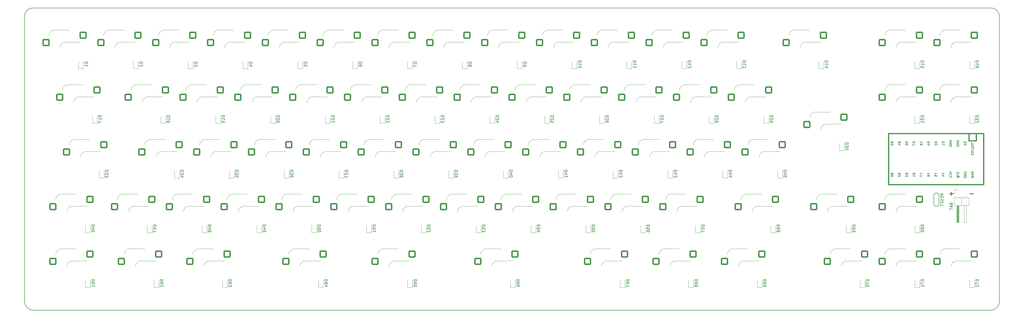
<source format=gbo>
G04 #@! TF.GenerationSoftware,KiCad,Pcbnew,(6.0.2-0)*
G04 #@! TF.CreationDate,2022-03-14T13:33:37+01:00*
G04 #@! TF.ProjectId,lasercut,6c617365-7263-4757-942e-6b696361645f,rev?*
G04 #@! TF.SameCoordinates,Original*
G04 #@! TF.FileFunction,Legend,Bot*
G04 #@! TF.FilePolarity,Positive*
%FSLAX46Y46*%
G04 Gerber Fmt 4.6, Leading zero omitted, Abs format (unit mm)*
G04 Created by KiCad (PCBNEW (6.0.2-0)) date 2022-03-14 13:33:37*
%MOMM*%
%LPD*%
G01*
G04 APERTURE LIST*
G04 Aperture macros list*
%AMRoundRect*
0 Rectangle with rounded corners*
0 $1 Rounding radius*
0 $2 $3 $4 $5 $6 $7 $8 $9 X,Y pos of 4 corners*
0 Add a 4 corners polygon primitive as box body*
4,1,4,$2,$3,$4,$5,$6,$7,$8,$9,$2,$3,0*
0 Add four circle primitives for the rounded corners*
1,1,$1+$1,$2,$3*
1,1,$1+$1,$4,$5*
1,1,$1+$1,$6,$7*
1,1,$1+$1,$8,$9*
0 Add four rect primitives between the rounded corners*
20,1,$1+$1,$2,$3,$4,$5,0*
20,1,$1+$1,$4,$5,$6,$7,0*
20,1,$1+$1,$6,$7,$8,$9,0*
20,1,$1+$1,$8,$9,$2,$3,0*%
G04 Aperture macros list end*
%ADD10C,0.300000*%
G04 #@! TA.AperFunction,Profile*
%ADD11C,0.200000*%
G04 #@! TD*
%ADD12C,0.150000*%
%ADD13C,0.120000*%
%ADD14C,0.381000*%
%ADD15C,1.752600*%
%ADD16R,1.752600X1.752600*%
%ADD17C,1.400000*%
%ADD18R,1.700000X1.700000*%
%ADD19O,1.700000X1.700000*%
%ADD20C,3.600000*%
%ADD21C,1.750000*%
%ADD22C,4.000000*%
%ADD23RoundRect,0.250000X-1.025000X-1.000000X1.025000X-1.000000X1.025000X1.000000X-1.025000X1.000000X0*%
%ADD24C,2.200000*%
%ADD25R,0.500000X0.500000*%
G04 APERTURE END LIST*
D10*
X349571428Y-84707142D02*
X348428571Y-84707142D01*
X342571428Y-84707142D02*
X341428571Y-84707142D01*
X342000000Y-85278571D02*
X342000000Y-84135714D01*
D11*
X356581000Y-125053620D02*
X356354000Y-125117010D01*
X22805240Y-125190040D02*
X22570990Y-125163860D01*
X358646000Y-122435340D02*
X358617000Y-122669620D01*
X357015000Y-124873100D02*
X356802000Y-124970930D01*
X20050540Y-122435340D02*
X20039530Y-122199680D01*
X356354000Y-125117010D02*
X356122000Y-125163860D01*
X358571000Y-122899730D02*
X358506000Y-123127100D01*
X358617000Y-122669620D02*
X358571000Y-122899730D01*
X23040890Y-19947690D02*
X355654000Y-19949690D01*
X358327000Y-21587690D02*
X358426000Y-21799690D01*
X358506000Y-123127100D02*
X358426000Y-123348960D01*
X20123600Y-122899730D02*
X20076710Y-122669620D01*
X21891610Y-20177690D02*
X22113480Y-20095690D01*
X358617000Y-22479690D02*
X358646000Y-22713690D01*
X358327000Y-123561190D02*
X358212000Y-123767880D01*
X20040910Y-22949690D02*
X20050540Y-22713690D01*
X22339470Y-20031690D02*
X22570990Y-19984690D01*
X357221000Y-20391690D02*
X357416000Y-20520690D01*
X20483260Y-123767880D02*
X20367510Y-123561190D01*
X356802000Y-20177690D02*
X357015000Y-20275690D01*
X20076710Y-122669620D02*
X20050540Y-122435340D01*
X355890000Y-19958690D02*
X356122000Y-19984690D01*
X20186960Y-22021690D02*
X20269650Y-21799690D01*
X358212000Y-21380690D02*
X358327000Y-21587690D01*
X22570990Y-125163860D02*
X22339470Y-125117010D01*
X20612800Y-123963570D02*
X20483260Y-123767880D01*
X357221000Y-124757320D02*
X357015000Y-124873100D01*
X20269650Y-21799690D02*
X20367510Y-21587690D01*
X20918720Y-124321890D02*
X20758850Y-124148250D01*
X358571000Y-22247690D02*
X358617000Y-22479690D01*
X20612800Y-21185690D02*
X20758850Y-21000690D01*
X20269650Y-123348960D02*
X20186960Y-123127100D01*
X21092360Y-124481730D02*
X20918720Y-124321890D01*
X356581000Y-20095690D02*
X356802000Y-20177690D01*
X358212000Y-123767880D02*
X358080000Y-123963570D01*
X20050540Y-22713690D02*
X20076710Y-22479690D01*
X20918720Y-20826690D02*
X21092360Y-20667690D01*
X358654000Y-122199680D02*
X358646000Y-122435340D01*
X22113480Y-20095690D02*
X22339470Y-20031690D01*
X357934000Y-21000690D02*
X358080000Y-21185690D01*
X20758850Y-21000690D02*
X20918720Y-20826690D01*
X358654000Y-22949690D02*
X358654000Y-122199680D01*
X356354000Y-20031690D02*
X356581000Y-20095690D01*
X21277010Y-124627780D02*
X21092360Y-124481730D01*
X21277010Y-20520690D02*
X21472690Y-20391690D01*
X21891610Y-124970930D02*
X21679380Y-124873100D01*
X20186960Y-123127100D02*
X20123600Y-122899730D01*
X20758850Y-124148250D02*
X20612800Y-123963570D01*
X20039530Y-122199680D02*
X20040910Y-22949690D01*
X358426000Y-123348960D02*
X358327000Y-123561190D01*
X357602000Y-20667690D02*
X357775000Y-20826690D01*
X23040890Y-125199670D02*
X22805240Y-125190040D01*
X356122000Y-19984690D02*
X356354000Y-20031690D01*
X21472690Y-124757320D02*
X21277010Y-124627780D01*
X358080000Y-21185690D02*
X358212000Y-21380690D01*
X20367510Y-123561190D02*
X20269650Y-123348960D01*
X357416000Y-124627780D02*
X357221000Y-124757320D01*
X355654000Y-125199670D02*
X23040890Y-125199670D01*
X356802000Y-124970930D02*
X356581000Y-125053620D01*
X356122000Y-125163860D02*
X355890000Y-125190040D01*
X355890000Y-125190040D02*
X355654000Y-125199670D01*
X22113480Y-125053620D02*
X21891610Y-124970930D01*
X357602000Y-124481730D02*
X357416000Y-124627780D01*
X20076710Y-22479690D02*
X20123600Y-22247690D01*
X21472690Y-20391690D02*
X21679380Y-20275690D01*
X20483260Y-21380690D02*
X20612800Y-21185690D01*
X357775000Y-124321890D02*
X357602000Y-124481730D01*
X21092360Y-20667690D02*
X21277010Y-20520690D01*
X21679380Y-20275690D02*
X21891610Y-20177690D01*
X22570990Y-19984690D02*
X22805240Y-19958690D01*
X357416000Y-20520690D02*
X357602000Y-20667690D01*
X22339470Y-125117010D02*
X22113480Y-125053620D01*
X357015000Y-20275690D02*
X357221000Y-20391690D01*
X357775000Y-20826690D02*
X357934000Y-21000690D01*
X358426000Y-21799690D02*
X358506000Y-22021690D01*
X22805240Y-19958690D02*
X23040890Y-19947690D01*
X355654000Y-19949690D02*
X355890000Y-19958690D01*
X20367510Y-21587690D02*
X20483260Y-21380690D01*
X21679380Y-124873100D02*
X21472690Y-124757320D01*
X357934000Y-124148250D02*
X357775000Y-124321890D01*
X358080000Y-123963570D02*
X357934000Y-124148250D01*
X20123600Y-22247690D02*
X20186960Y-22021690D01*
X358646000Y-22713690D02*
X358654000Y-22949690D01*
X358506000Y-22021690D02*
X358571000Y-22247690D01*
D12*
X339252380Y-85247619D02*
X338776190Y-84914285D01*
X339252380Y-84676190D02*
X338252380Y-84676190D01*
X338252380Y-85057142D01*
X338300000Y-85152380D01*
X338347619Y-85200000D01*
X338442857Y-85247619D01*
X338585714Y-85247619D01*
X338680952Y-85200000D01*
X338728571Y-85152380D01*
X338776190Y-85057142D01*
X338776190Y-84676190D01*
X338728571Y-85676190D02*
X338728571Y-86009523D01*
X339252380Y-86152380D02*
X339252380Y-85676190D01*
X338252380Y-85676190D01*
X338252380Y-86152380D01*
X339204761Y-86533333D02*
X339252380Y-86676190D01*
X339252380Y-86914285D01*
X339204761Y-87009523D01*
X339157142Y-87057142D01*
X339061904Y-87104761D01*
X338966666Y-87104761D01*
X338871428Y-87057142D01*
X338823809Y-87009523D01*
X338776190Y-86914285D01*
X338728571Y-86723809D01*
X338680952Y-86628571D01*
X338633333Y-86580952D01*
X338538095Y-86533333D01*
X338442857Y-86533333D01*
X338347619Y-86580952D01*
X338300000Y-86628571D01*
X338252380Y-86723809D01*
X338252380Y-86961904D01*
X338300000Y-87104761D01*
X338728571Y-87533333D02*
X338728571Y-87866666D01*
X339252380Y-88009523D02*
X339252380Y-87533333D01*
X338252380Y-87533333D01*
X338252380Y-88009523D01*
X338252380Y-88295238D02*
X338252380Y-88866666D01*
X339252380Y-88580952D02*
X338252380Y-88580952D01*
X341918571Y-88246904D02*
X341966190Y-88389761D01*
X342013809Y-88437380D01*
X342109047Y-88485000D01*
X342251904Y-88485000D01*
X342347142Y-88437380D01*
X342394761Y-88389761D01*
X342442380Y-88294523D01*
X342442380Y-87913571D01*
X341442380Y-87913571D01*
X341442380Y-88246904D01*
X341490000Y-88342142D01*
X341537619Y-88389761D01*
X341632857Y-88437380D01*
X341728095Y-88437380D01*
X341823333Y-88389761D01*
X341870952Y-88342142D01*
X341918571Y-88246904D01*
X341918571Y-87913571D01*
X342156666Y-88865952D02*
X342156666Y-89342142D01*
X342442380Y-88770714D02*
X341442380Y-89104047D01*
X342442380Y-89437380D01*
X341442380Y-89627857D02*
X341442380Y-90199285D01*
X342442380Y-89913571D02*
X341442380Y-89913571D01*
X339571904Y-66548523D02*
X338771904Y-66548523D01*
X338771904Y-66739000D01*
X338810000Y-66853285D01*
X338886190Y-66929476D01*
X338962380Y-66967571D01*
X339114761Y-67005666D01*
X339229047Y-67005666D01*
X339381428Y-66967571D01*
X339457619Y-66929476D01*
X339533809Y-66853285D01*
X339571904Y-66739000D01*
X339571904Y-66548523D01*
X339571904Y-67767571D02*
X339571904Y-67310428D01*
X339571904Y-67539000D02*
X338771904Y-67539000D01*
X338886190Y-67462809D01*
X338962380Y-67386619D01*
X339000476Y-67310428D01*
X336612857Y-77794333D02*
X336612857Y-77527666D01*
X337031904Y-77527666D02*
X336231904Y-77527666D01*
X336231904Y-77908619D01*
X336231904Y-78594333D02*
X336231904Y-78213380D01*
X336612857Y-78175285D01*
X336574761Y-78213380D01*
X336536666Y-78289571D01*
X336536666Y-78480047D01*
X336574761Y-78556238D01*
X336612857Y-78594333D01*
X336689047Y-78632428D01*
X336879523Y-78632428D01*
X336955714Y-78594333D01*
X336993809Y-78556238D01*
X337031904Y-78480047D01*
X337031904Y-78289571D01*
X336993809Y-78213380D01*
X336955714Y-78175285D01*
X344633809Y-77106666D02*
X344671904Y-77220952D01*
X344671904Y-77411428D01*
X344633809Y-77487619D01*
X344595714Y-77525714D01*
X344519523Y-77563809D01*
X344443333Y-77563809D01*
X344367142Y-77525714D01*
X344329047Y-77487619D01*
X344290952Y-77411428D01*
X344252857Y-77259047D01*
X344214761Y-77182857D01*
X344176666Y-77144761D01*
X344100476Y-77106666D01*
X344024285Y-77106666D01*
X343948095Y-77144761D01*
X343910000Y-77182857D01*
X343871904Y-77259047D01*
X343871904Y-77449523D01*
X343910000Y-77563809D01*
X343871904Y-77792380D02*
X343871904Y-78249523D01*
X344671904Y-78020952D02*
X343871904Y-78020952D01*
X347191904Y-66548523D02*
X346391904Y-66548523D01*
X346391904Y-66739000D01*
X346430000Y-66853285D01*
X346506190Y-66929476D01*
X346582380Y-66967571D01*
X346734761Y-67005666D01*
X346849047Y-67005666D01*
X347001428Y-66967571D01*
X347077619Y-66929476D01*
X347153809Y-66853285D01*
X347191904Y-66739000D01*
X347191904Y-66548523D01*
X346468095Y-67310428D02*
X346430000Y-67348523D01*
X346391904Y-67424714D01*
X346391904Y-67615190D01*
X346430000Y-67691380D01*
X346468095Y-67729476D01*
X346544285Y-67767571D01*
X346620476Y-67767571D01*
X346734761Y-67729476D01*
X347191904Y-67272333D01*
X347191904Y-67767571D01*
X337031904Y-66548523D02*
X336231904Y-66548523D01*
X336231904Y-66739000D01*
X336270000Y-66853285D01*
X336346190Y-66929476D01*
X336422380Y-66967571D01*
X336574761Y-67005666D01*
X336689047Y-67005666D01*
X336841428Y-66967571D01*
X336917619Y-66929476D01*
X336993809Y-66853285D01*
X337031904Y-66739000D01*
X337031904Y-66548523D01*
X336231904Y-67500904D02*
X336231904Y-67577095D01*
X336270000Y-67653285D01*
X336308095Y-67691380D01*
X336384285Y-67729476D01*
X336536666Y-67767571D01*
X336727142Y-67767571D01*
X336879523Y-67729476D01*
X336955714Y-67691380D01*
X336993809Y-67653285D01*
X337031904Y-67577095D01*
X337031904Y-67500904D01*
X336993809Y-67424714D01*
X336955714Y-67386619D01*
X336879523Y-67348523D01*
X336727142Y-67310428D01*
X336536666Y-67310428D01*
X336384285Y-67348523D01*
X336308095Y-67386619D01*
X336270000Y-67424714D01*
X336231904Y-67500904D01*
X326452857Y-66586619D02*
X326452857Y-66853285D01*
X326871904Y-66967571D02*
X326871904Y-66586619D01*
X326071904Y-66586619D01*
X326071904Y-66967571D01*
X326071904Y-67653285D02*
X326071904Y-67500904D01*
X326110000Y-67424714D01*
X326148095Y-67386619D01*
X326262380Y-67310428D01*
X326414761Y-67272333D01*
X326719523Y-67272333D01*
X326795714Y-67310428D01*
X326833809Y-67348523D01*
X326871904Y-67424714D01*
X326871904Y-67577095D01*
X326833809Y-67653285D01*
X326795714Y-67691380D01*
X326719523Y-67729476D01*
X326529047Y-67729476D01*
X326452857Y-67691380D01*
X326414761Y-67653285D01*
X326376666Y-67577095D01*
X326376666Y-67424714D01*
X326414761Y-67348523D01*
X326452857Y-67310428D01*
X326529047Y-67272333D01*
X321372857Y-66815190D02*
X321410952Y-66929476D01*
X321449047Y-66967571D01*
X321525238Y-67005666D01*
X321639523Y-67005666D01*
X321715714Y-66967571D01*
X321753809Y-66929476D01*
X321791904Y-66853285D01*
X321791904Y-66548523D01*
X320991904Y-66548523D01*
X320991904Y-66815190D01*
X321030000Y-66891380D01*
X321068095Y-66929476D01*
X321144285Y-66967571D01*
X321220476Y-66967571D01*
X321296666Y-66929476D01*
X321334761Y-66891380D01*
X321372857Y-66815190D01*
X321372857Y-66548523D01*
X320991904Y-67729476D02*
X320991904Y-67348523D01*
X321372857Y-67310428D01*
X321334761Y-67348523D01*
X321296666Y-67424714D01*
X321296666Y-67615190D01*
X321334761Y-67691380D01*
X321372857Y-67729476D01*
X321449047Y-67767571D01*
X321639523Y-67767571D01*
X321715714Y-67729476D01*
X321753809Y-67691380D01*
X321791904Y-67615190D01*
X321791904Y-67424714D01*
X321753809Y-67348523D01*
X321715714Y-67310428D01*
X323912857Y-66815190D02*
X323950952Y-66929476D01*
X323989047Y-66967571D01*
X324065238Y-67005666D01*
X324179523Y-67005666D01*
X324255714Y-66967571D01*
X324293809Y-66929476D01*
X324331904Y-66853285D01*
X324331904Y-66548523D01*
X323531904Y-66548523D01*
X323531904Y-66815190D01*
X323570000Y-66891380D01*
X323608095Y-66929476D01*
X323684285Y-66967571D01*
X323760476Y-66967571D01*
X323836666Y-66929476D01*
X323874761Y-66891380D01*
X323912857Y-66815190D01*
X323912857Y-66548523D01*
X323798571Y-67691380D02*
X324331904Y-67691380D01*
X323493809Y-67500904D02*
X324065238Y-67310428D01*
X324065238Y-67805666D01*
X331875714Y-67005666D02*
X331913809Y-66967571D01*
X331951904Y-66853285D01*
X331951904Y-66777095D01*
X331913809Y-66662809D01*
X331837619Y-66586619D01*
X331761428Y-66548523D01*
X331609047Y-66510428D01*
X331494761Y-66510428D01*
X331342380Y-66548523D01*
X331266190Y-66586619D01*
X331190000Y-66662809D01*
X331151904Y-66777095D01*
X331151904Y-66853285D01*
X331190000Y-66967571D01*
X331228095Y-67005666D01*
X331151904Y-67691380D02*
X331151904Y-67539000D01*
X331190000Y-67462809D01*
X331228095Y-67424714D01*
X331342380Y-67348523D01*
X331494761Y-67310428D01*
X331799523Y-67310428D01*
X331875714Y-67348523D01*
X331913809Y-67386619D01*
X331951904Y-67462809D01*
X331951904Y-67615190D01*
X331913809Y-67691380D01*
X331875714Y-67729476D01*
X331799523Y-67767571D01*
X331609047Y-67767571D01*
X331532857Y-67729476D01*
X331494761Y-67691380D01*
X331456666Y-67615190D01*
X331456666Y-67462809D01*
X331494761Y-67386619D01*
X331532857Y-67348523D01*
X331609047Y-67310428D01*
X328992857Y-77737190D02*
X329030952Y-77851476D01*
X329069047Y-77889571D01*
X329145238Y-77927666D01*
X329259523Y-77927666D01*
X329335714Y-77889571D01*
X329373809Y-77851476D01*
X329411904Y-77775285D01*
X329411904Y-77470523D01*
X328611904Y-77470523D01*
X328611904Y-77737190D01*
X328650000Y-77813380D01*
X328688095Y-77851476D01*
X328764285Y-77889571D01*
X328840476Y-77889571D01*
X328916666Y-77851476D01*
X328954761Y-77813380D01*
X328992857Y-77737190D01*
X328992857Y-77470523D01*
X329411904Y-78689571D02*
X329411904Y-78232428D01*
X329411904Y-78461000D02*
X328611904Y-78461000D01*
X328726190Y-78384809D01*
X328802380Y-78308619D01*
X328840476Y-78232428D01*
X326452857Y-77737190D02*
X326490952Y-77851476D01*
X326529047Y-77889571D01*
X326605238Y-77927666D01*
X326719523Y-77927666D01*
X326795714Y-77889571D01*
X326833809Y-77851476D01*
X326871904Y-77775285D01*
X326871904Y-77470523D01*
X326071904Y-77470523D01*
X326071904Y-77737190D01*
X326110000Y-77813380D01*
X326148095Y-77851476D01*
X326224285Y-77889571D01*
X326300476Y-77889571D01*
X326376666Y-77851476D01*
X326414761Y-77813380D01*
X326452857Y-77737190D01*
X326452857Y-77470523D01*
X326071904Y-78194333D02*
X326071904Y-78689571D01*
X326376666Y-78422904D01*
X326376666Y-78537190D01*
X326414761Y-78613380D01*
X326452857Y-78651476D01*
X326529047Y-78689571D01*
X326719523Y-78689571D01*
X326795714Y-78651476D01*
X326833809Y-78613380D01*
X326871904Y-78537190D01*
X326871904Y-78308619D01*
X326833809Y-78232428D01*
X326795714Y-78194333D01*
X339152857Y-77794333D02*
X339152857Y-77527666D01*
X339571904Y-77527666D02*
X338771904Y-77527666D01*
X338771904Y-77908619D01*
X339038571Y-78556238D02*
X339571904Y-78556238D01*
X338733809Y-78365761D02*
X339305238Y-78175285D01*
X339305238Y-78670523D01*
X341311904Y-76994333D02*
X342111904Y-77261000D01*
X341311904Y-77527666D01*
X342035714Y-78251476D02*
X342073809Y-78213380D01*
X342111904Y-78099095D01*
X342111904Y-78022904D01*
X342073809Y-77908619D01*
X341997619Y-77832428D01*
X341921428Y-77794333D01*
X341769047Y-77756238D01*
X341654761Y-77756238D01*
X341502380Y-77794333D01*
X341426190Y-77832428D01*
X341350000Y-77908619D01*
X341311904Y-78022904D01*
X341311904Y-78099095D01*
X341350000Y-78213380D01*
X341388095Y-78251476D01*
X342035714Y-79051476D02*
X342073809Y-79013380D01*
X342111904Y-78899095D01*
X342111904Y-78822904D01*
X342073809Y-78708619D01*
X341997619Y-78632428D01*
X341921428Y-78594333D01*
X341769047Y-78556238D01*
X341654761Y-78556238D01*
X341502380Y-78594333D01*
X341426190Y-78632428D01*
X341350000Y-78708619D01*
X341311904Y-78822904D01*
X341311904Y-78899095D01*
X341350000Y-79013380D01*
X341388095Y-79051476D01*
X321372857Y-77737190D02*
X321410952Y-77851476D01*
X321449047Y-77889571D01*
X321525238Y-77927666D01*
X321639523Y-77927666D01*
X321715714Y-77889571D01*
X321753809Y-77851476D01*
X321791904Y-77775285D01*
X321791904Y-77470523D01*
X320991904Y-77470523D01*
X320991904Y-77737190D01*
X321030000Y-77813380D01*
X321068095Y-77851476D01*
X321144285Y-77889571D01*
X321220476Y-77889571D01*
X321296666Y-77851476D01*
X321334761Y-77813380D01*
X321372857Y-77737190D01*
X321372857Y-77470523D01*
X320991904Y-78613380D02*
X320991904Y-78461000D01*
X321030000Y-78384809D01*
X321068095Y-78346714D01*
X321182380Y-78270523D01*
X321334761Y-78232428D01*
X321639523Y-78232428D01*
X321715714Y-78270523D01*
X321753809Y-78308619D01*
X321791904Y-78384809D01*
X321791904Y-78537190D01*
X321753809Y-78613380D01*
X321715714Y-78651476D01*
X321639523Y-78689571D01*
X321449047Y-78689571D01*
X321372857Y-78651476D01*
X321334761Y-78613380D01*
X321296666Y-78537190D01*
X321296666Y-78384809D01*
X321334761Y-78308619D01*
X321372857Y-78270523D01*
X321449047Y-78232428D01*
X334072857Y-77794333D02*
X334072857Y-77527666D01*
X334491904Y-77527666D02*
X333691904Y-77527666D01*
X333691904Y-77908619D01*
X333691904Y-78556238D02*
X333691904Y-78403857D01*
X333730000Y-78327666D01*
X333768095Y-78289571D01*
X333882380Y-78213380D01*
X334034761Y-78175285D01*
X334339523Y-78175285D01*
X334415714Y-78213380D01*
X334453809Y-78251476D01*
X334491904Y-78327666D01*
X334491904Y-78480047D01*
X334453809Y-78556238D01*
X334415714Y-78594333D01*
X334339523Y-78632428D01*
X334149047Y-78632428D01*
X334072857Y-78594333D01*
X334034761Y-78556238D01*
X333996666Y-78480047D01*
X333996666Y-78327666D01*
X334034761Y-78251476D01*
X334072857Y-78213380D01*
X334149047Y-78175285D01*
X323912857Y-77737190D02*
X323950952Y-77851476D01*
X323989047Y-77889571D01*
X324065238Y-77927666D01*
X324179523Y-77927666D01*
X324255714Y-77889571D01*
X324293809Y-77851476D01*
X324331904Y-77775285D01*
X324331904Y-77470523D01*
X323531904Y-77470523D01*
X323531904Y-77737190D01*
X323570000Y-77813380D01*
X323608095Y-77851476D01*
X323684285Y-77889571D01*
X323760476Y-77889571D01*
X323836666Y-77851476D01*
X323874761Y-77813380D01*
X323912857Y-77737190D01*
X323912857Y-77470523D01*
X323608095Y-78232428D02*
X323570000Y-78270523D01*
X323531904Y-78346714D01*
X323531904Y-78537190D01*
X323570000Y-78613380D01*
X323608095Y-78651476D01*
X323684285Y-78689571D01*
X323760476Y-78689571D01*
X323874761Y-78651476D01*
X324331904Y-78194333D01*
X324331904Y-78689571D01*
X349731904Y-77508619D02*
X349350952Y-77241952D01*
X349731904Y-77051476D02*
X348931904Y-77051476D01*
X348931904Y-77356238D01*
X348970000Y-77432428D01*
X349008095Y-77470523D01*
X349084285Y-77508619D01*
X349198571Y-77508619D01*
X349274761Y-77470523D01*
X349312857Y-77432428D01*
X349350952Y-77356238D01*
X349350952Y-77051476D01*
X349503333Y-77813380D02*
X349503333Y-78194333D01*
X349731904Y-77737190D02*
X348931904Y-78003857D01*
X349731904Y-78270523D01*
X348931904Y-78461000D02*
X349731904Y-78651476D01*
X349160476Y-78803857D01*
X349731904Y-78956238D01*
X348931904Y-79146714D01*
X348931904Y-66837651D02*
X348931904Y-67294794D01*
X349731904Y-67066223D02*
X348931904Y-67066223D01*
X348931904Y-67485270D02*
X349731904Y-68018604D01*
X348931904Y-68018604D02*
X349731904Y-67485270D01*
X348931904Y-68475747D02*
X348931904Y-68551937D01*
X348970000Y-68628128D01*
X349008095Y-68666223D01*
X349084285Y-68704318D01*
X349236666Y-68742413D01*
X349427142Y-68742413D01*
X349579523Y-68704318D01*
X349655714Y-68666223D01*
X349693809Y-68628128D01*
X349731904Y-68551937D01*
X349731904Y-68475747D01*
X349693809Y-68399556D01*
X349655714Y-68361461D01*
X349579523Y-68323366D01*
X349427142Y-68285270D01*
X349236666Y-68285270D01*
X349084285Y-68323366D01*
X349008095Y-68361461D01*
X348970000Y-68399556D01*
X348931904Y-68475747D01*
X348893809Y-69656699D02*
X349922380Y-68970985D01*
X349731904Y-69923366D02*
X348931904Y-69923366D01*
X348931904Y-70113842D01*
X348970000Y-70228128D01*
X349046190Y-70304318D01*
X349122380Y-70342413D01*
X349274761Y-70380508D01*
X349389047Y-70380508D01*
X349541428Y-70342413D01*
X349617619Y-70304318D01*
X349693809Y-70228128D01*
X349731904Y-70113842D01*
X349731904Y-69923366D01*
X348931904Y-70647175D02*
X348931904Y-71142413D01*
X349236666Y-70875747D01*
X349236666Y-70990032D01*
X349274761Y-71066223D01*
X349312857Y-71104318D01*
X349389047Y-71142413D01*
X349579523Y-71142413D01*
X349655714Y-71104318D01*
X349693809Y-71066223D01*
X349731904Y-70990032D01*
X349731904Y-70761461D01*
X349693809Y-70685270D01*
X349655714Y-70647175D01*
X341350000Y-66529476D02*
X341311904Y-66453285D01*
X341311904Y-66339000D01*
X341350000Y-66224714D01*
X341426190Y-66148523D01*
X341502380Y-66110428D01*
X341654761Y-66072333D01*
X341769047Y-66072333D01*
X341921428Y-66110428D01*
X341997619Y-66148523D01*
X342073809Y-66224714D01*
X342111904Y-66339000D01*
X342111904Y-66415190D01*
X342073809Y-66529476D01*
X342035714Y-66567571D01*
X341769047Y-66567571D01*
X341769047Y-66415190D01*
X342111904Y-66910428D02*
X341311904Y-66910428D01*
X342111904Y-67367571D01*
X341311904Y-67367571D01*
X342111904Y-67748523D02*
X341311904Y-67748523D01*
X341311904Y-67939000D01*
X341350000Y-68053285D01*
X341426190Y-68129476D01*
X341502380Y-68167571D01*
X341654761Y-68205666D01*
X341769047Y-68205666D01*
X341921428Y-68167571D01*
X341997619Y-68129476D01*
X342073809Y-68053285D01*
X342111904Y-67939000D01*
X342111904Y-67748523D01*
X343890000Y-66529476D02*
X343851904Y-66453285D01*
X343851904Y-66339000D01*
X343890000Y-66224714D01*
X343966190Y-66148523D01*
X344042380Y-66110428D01*
X344194761Y-66072333D01*
X344309047Y-66072333D01*
X344461428Y-66110428D01*
X344537619Y-66148523D01*
X344613809Y-66224714D01*
X344651904Y-66339000D01*
X344651904Y-66415190D01*
X344613809Y-66529476D01*
X344575714Y-66567571D01*
X344309047Y-66567571D01*
X344309047Y-66415190D01*
X344651904Y-66910428D02*
X343851904Y-66910428D01*
X344651904Y-67367571D01*
X343851904Y-67367571D01*
X344651904Y-67748523D02*
X343851904Y-67748523D01*
X343851904Y-67939000D01*
X343890000Y-68053285D01*
X343966190Y-68129476D01*
X344042380Y-68167571D01*
X344194761Y-68205666D01*
X344309047Y-68205666D01*
X344461428Y-68167571D01*
X344537619Y-68129476D01*
X344613809Y-68053285D01*
X344651904Y-67939000D01*
X344651904Y-67748523D01*
X334491904Y-66548523D02*
X333691904Y-66548523D01*
X333691904Y-66739000D01*
X333730000Y-66853285D01*
X333806190Y-66929476D01*
X333882380Y-66967571D01*
X334034761Y-67005666D01*
X334149047Y-67005666D01*
X334301428Y-66967571D01*
X334377619Y-66929476D01*
X334453809Y-66853285D01*
X334491904Y-66739000D01*
X334491904Y-66548523D01*
X333958571Y-67691380D02*
X334491904Y-67691380D01*
X333653809Y-67500904D02*
X334225238Y-67310428D01*
X334225238Y-67805666D01*
X331532857Y-77794333D02*
X331532857Y-77527666D01*
X331951904Y-77527666D02*
X331151904Y-77527666D01*
X331151904Y-77908619D01*
X331151904Y-78137190D02*
X331151904Y-78670523D01*
X331951904Y-78327666D01*
X329411904Y-66548523D02*
X328611904Y-66548523D01*
X328611904Y-66739000D01*
X328650000Y-66853285D01*
X328726190Y-66929476D01*
X328802380Y-66967571D01*
X328954761Y-67005666D01*
X329069047Y-67005666D01*
X329221428Y-66967571D01*
X329297619Y-66929476D01*
X329373809Y-66853285D01*
X329411904Y-66739000D01*
X329411904Y-66548523D01*
X328611904Y-67272333D02*
X328611904Y-67805666D01*
X329411904Y-67462809D01*
X346430000Y-77451476D02*
X346391904Y-77375285D01*
X346391904Y-77261000D01*
X346430000Y-77146714D01*
X346506190Y-77070523D01*
X346582380Y-77032428D01*
X346734761Y-76994333D01*
X346849047Y-76994333D01*
X347001428Y-77032428D01*
X347077619Y-77070523D01*
X347153809Y-77146714D01*
X347191904Y-77261000D01*
X347191904Y-77337190D01*
X347153809Y-77451476D01*
X347115714Y-77489571D01*
X346849047Y-77489571D01*
X346849047Y-77337190D01*
X347191904Y-77832428D02*
X346391904Y-77832428D01*
X347191904Y-78289571D01*
X346391904Y-78289571D01*
X347191904Y-78670523D02*
X346391904Y-78670523D01*
X346391904Y-78861000D01*
X346430000Y-78975285D01*
X346506190Y-79051476D01*
X346582380Y-79089571D01*
X346734761Y-79127666D01*
X346849047Y-79127666D01*
X347001428Y-79089571D01*
X347077619Y-79051476D01*
X347153809Y-78975285D01*
X347191904Y-78861000D01*
X347191904Y-78670523D01*
X351469880Y-114540714D02*
X350469880Y-114540714D01*
X350469880Y-114778809D01*
X350517500Y-114921666D01*
X350612738Y-115016904D01*
X350707976Y-115064523D01*
X350898452Y-115112142D01*
X351041309Y-115112142D01*
X351231785Y-115064523D01*
X351327023Y-115016904D01*
X351422261Y-114921666D01*
X351469880Y-114778809D01*
X351469880Y-114540714D01*
X350469880Y-115445476D02*
X350469880Y-116112142D01*
X351469880Y-115683571D01*
X350565119Y-116445476D02*
X350517500Y-116493095D01*
X350469880Y-116588333D01*
X350469880Y-116826428D01*
X350517500Y-116921666D01*
X350565119Y-116969285D01*
X350660357Y-117016904D01*
X350755595Y-117016904D01*
X350898452Y-116969285D01*
X351469880Y-116397857D01*
X351469880Y-117016904D01*
X46669880Y-57390714D02*
X45669880Y-57390714D01*
X45669880Y-57628809D01*
X45717500Y-57771666D01*
X45812738Y-57866904D01*
X45907976Y-57914523D01*
X46098452Y-57962142D01*
X46241309Y-57962142D01*
X46431785Y-57914523D01*
X46527023Y-57866904D01*
X46622261Y-57771666D01*
X46669880Y-57628809D01*
X46669880Y-57390714D01*
X46669880Y-58914523D02*
X46669880Y-58343095D01*
X46669880Y-58628809D02*
X45669880Y-58628809D01*
X45812738Y-58533571D01*
X45907976Y-58438333D01*
X45955595Y-58343095D01*
X45669880Y-59247857D02*
X45669880Y-59914523D01*
X46669880Y-59485952D01*
X49051130Y-76440714D02*
X48051130Y-76440714D01*
X48051130Y-76678809D01*
X48098750Y-76821666D01*
X48193988Y-76916904D01*
X48289226Y-76964523D01*
X48479702Y-77012142D01*
X48622559Y-77012142D01*
X48813035Y-76964523D01*
X48908273Y-76916904D01*
X49003511Y-76821666D01*
X49051130Y-76678809D01*
X49051130Y-76440714D01*
X48051130Y-77345476D02*
X48051130Y-77964523D01*
X48432083Y-77631190D01*
X48432083Y-77774047D01*
X48479702Y-77869285D01*
X48527321Y-77916904D01*
X48622559Y-77964523D01*
X48860654Y-77964523D01*
X48955892Y-77916904D01*
X49003511Y-77869285D01*
X49051130Y-77774047D01*
X49051130Y-77488333D01*
X49003511Y-77393095D01*
X48955892Y-77345476D01*
X48051130Y-78297857D02*
X48051130Y-78916904D01*
X48432083Y-78583571D01*
X48432083Y-78726428D01*
X48479702Y-78821666D01*
X48527321Y-78869285D01*
X48622559Y-78916904D01*
X48860654Y-78916904D01*
X48955892Y-78869285D01*
X49003511Y-78821666D01*
X49051130Y-78726428D01*
X49051130Y-78440714D01*
X49003511Y-78345476D01*
X48955892Y-78297857D01*
X94294880Y-76440714D02*
X93294880Y-76440714D01*
X93294880Y-76678809D01*
X93342500Y-76821666D01*
X93437738Y-76916904D01*
X93532976Y-76964523D01*
X93723452Y-77012142D01*
X93866309Y-77012142D01*
X94056785Y-76964523D01*
X94152023Y-76916904D01*
X94247261Y-76821666D01*
X94294880Y-76678809D01*
X94294880Y-76440714D01*
X93294880Y-77345476D02*
X93294880Y-77964523D01*
X93675833Y-77631190D01*
X93675833Y-77774047D01*
X93723452Y-77869285D01*
X93771071Y-77916904D01*
X93866309Y-77964523D01*
X94104404Y-77964523D01*
X94199642Y-77916904D01*
X94247261Y-77869285D01*
X94294880Y-77774047D01*
X94294880Y-77488333D01*
X94247261Y-77393095D01*
X94199642Y-77345476D01*
X93294880Y-78869285D02*
X93294880Y-78393095D01*
X93771071Y-78345476D01*
X93723452Y-78393095D01*
X93675833Y-78488333D01*
X93675833Y-78726428D01*
X93723452Y-78821666D01*
X93771071Y-78869285D01*
X93866309Y-78916904D01*
X94104404Y-78916904D01*
X94199642Y-78869285D01*
X94247261Y-78821666D01*
X94294880Y-78726428D01*
X94294880Y-78488333D01*
X94247261Y-78393095D01*
X94199642Y-78345476D01*
X103819880Y-95490714D02*
X102819880Y-95490714D01*
X102819880Y-95728809D01*
X102867500Y-95871666D01*
X102962738Y-95966904D01*
X103057976Y-96014523D01*
X103248452Y-96062142D01*
X103391309Y-96062142D01*
X103581785Y-96014523D01*
X103677023Y-95966904D01*
X103772261Y-95871666D01*
X103819880Y-95728809D01*
X103819880Y-95490714D01*
X103153214Y-96919285D02*
X103819880Y-96919285D01*
X102772261Y-96681190D02*
X103486547Y-96443095D01*
X103486547Y-97062142D01*
X103819880Y-97490714D02*
X103819880Y-97681190D01*
X103772261Y-97776428D01*
X103724642Y-97824047D01*
X103581785Y-97919285D01*
X103391309Y-97966904D01*
X103010357Y-97966904D01*
X102915119Y-97919285D01*
X102867500Y-97871666D01*
X102819880Y-97776428D01*
X102819880Y-97585952D01*
X102867500Y-97490714D01*
X102915119Y-97443095D01*
X103010357Y-97395476D01*
X103248452Y-97395476D01*
X103343690Y-97443095D01*
X103391309Y-97490714D01*
X103438928Y-97585952D01*
X103438928Y-97776428D01*
X103391309Y-97871666D01*
X103343690Y-97919285D01*
X103248452Y-97966904D01*
X60957380Y-38816904D02*
X59957380Y-38816904D01*
X59957380Y-39055000D01*
X60005000Y-39197857D01*
X60100238Y-39293095D01*
X60195476Y-39340714D01*
X60385952Y-39388333D01*
X60528809Y-39388333D01*
X60719285Y-39340714D01*
X60814523Y-39293095D01*
X60909761Y-39197857D01*
X60957380Y-39055000D01*
X60957380Y-38816904D01*
X60052619Y-39769285D02*
X60005000Y-39816904D01*
X59957380Y-39912142D01*
X59957380Y-40150238D01*
X60005000Y-40245476D01*
X60052619Y-40293095D01*
X60147857Y-40340714D01*
X60243095Y-40340714D01*
X60385952Y-40293095D01*
X60957380Y-39721666D01*
X60957380Y-40340714D01*
X141919880Y-95490714D02*
X140919880Y-95490714D01*
X140919880Y-95728809D01*
X140967500Y-95871666D01*
X141062738Y-95966904D01*
X141157976Y-96014523D01*
X141348452Y-96062142D01*
X141491309Y-96062142D01*
X141681785Y-96014523D01*
X141777023Y-95966904D01*
X141872261Y-95871666D01*
X141919880Y-95728809D01*
X141919880Y-95490714D01*
X140919880Y-96966904D02*
X140919880Y-96490714D01*
X141396071Y-96443095D01*
X141348452Y-96490714D01*
X141300833Y-96585952D01*
X141300833Y-96824047D01*
X141348452Y-96919285D01*
X141396071Y-96966904D01*
X141491309Y-97014523D01*
X141729404Y-97014523D01*
X141824642Y-96966904D01*
X141872261Y-96919285D01*
X141919880Y-96824047D01*
X141919880Y-96585952D01*
X141872261Y-96490714D01*
X141824642Y-96443095D01*
X141919880Y-97966904D02*
X141919880Y-97395476D01*
X141919880Y-97681190D02*
X140919880Y-97681190D01*
X141062738Y-97585952D01*
X141157976Y-97490714D01*
X141205595Y-97395476D01*
X80007380Y-38816904D02*
X79007380Y-38816904D01*
X79007380Y-39055000D01*
X79055000Y-39197857D01*
X79150238Y-39293095D01*
X79245476Y-39340714D01*
X79435952Y-39388333D01*
X79578809Y-39388333D01*
X79769285Y-39340714D01*
X79864523Y-39293095D01*
X79959761Y-39197857D01*
X80007380Y-39055000D01*
X80007380Y-38816904D01*
X79007380Y-39721666D02*
X79007380Y-40340714D01*
X79388333Y-40007380D01*
X79388333Y-40150238D01*
X79435952Y-40245476D01*
X79483571Y-40293095D01*
X79578809Y-40340714D01*
X79816904Y-40340714D01*
X79912142Y-40293095D01*
X79959761Y-40245476D01*
X80007380Y-40150238D01*
X80007380Y-39864523D01*
X79959761Y-39769285D01*
X79912142Y-39721666D01*
X189544880Y-76440714D02*
X188544880Y-76440714D01*
X188544880Y-76678809D01*
X188592500Y-76821666D01*
X188687738Y-76916904D01*
X188782976Y-76964523D01*
X188973452Y-77012142D01*
X189116309Y-77012142D01*
X189306785Y-76964523D01*
X189402023Y-76916904D01*
X189497261Y-76821666D01*
X189544880Y-76678809D01*
X189544880Y-76440714D01*
X188878214Y-77869285D02*
X189544880Y-77869285D01*
X188497261Y-77631190D02*
X189211547Y-77393095D01*
X189211547Y-78012142D01*
X188544880Y-78583571D02*
X188544880Y-78678809D01*
X188592500Y-78774047D01*
X188640119Y-78821666D01*
X188735357Y-78869285D01*
X188925833Y-78916904D01*
X189163928Y-78916904D01*
X189354404Y-78869285D01*
X189449642Y-78821666D01*
X189497261Y-78774047D01*
X189544880Y-78678809D01*
X189544880Y-78583571D01*
X189497261Y-78488333D01*
X189449642Y-78440714D01*
X189354404Y-78393095D01*
X189163928Y-78345476D01*
X188925833Y-78345476D01*
X188735357Y-78393095D01*
X188640119Y-78440714D01*
X188592500Y-78488333D01*
X188544880Y-78583571D01*
X118107380Y-38816904D02*
X117107380Y-38816904D01*
X117107380Y-39055000D01*
X117155000Y-39197857D01*
X117250238Y-39293095D01*
X117345476Y-39340714D01*
X117535952Y-39388333D01*
X117678809Y-39388333D01*
X117869285Y-39340714D01*
X117964523Y-39293095D01*
X118059761Y-39197857D01*
X118107380Y-39055000D01*
X118107380Y-38816904D01*
X117107380Y-40293095D02*
X117107380Y-39816904D01*
X117583571Y-39769285D01*
X117535952Y-39816904D01*
X117488333Y-39912142D01*
X117488333Y-40150238D01*
X117535952Y-40245476D01*
X117583571Y-40293095D01*
X117678809Y-40340714D01*
X117916904Y-40340714D01*
X118012142Y-40293095D01*
X118059761Y-40245476D01*
X118107380Y-40150238D01*
X118107380Y-39912142D01*
X118059761Y-39816904D01*
X118012142Y-39769285D01*
X125251130Y-114540714D02*
X124251130Y-114540714D01*
X124251130Y-114778809D01*
X124298750Y-114921666D01*
X124393988Y-115016904D01*
X124489226Y-115064523D01*
X124679702Y-115112142D01*
X124822559Y-115112142D01*
X125013035Y-115064523D01*
X125108273Y-115016904D01*
X125203511Y-114921666D01*
X125251130Y-114778809D01*
X125251130Y-114540714D01*
X124251130Y-115969285D02*
X124251130Y-115778809D01*
X124298750Y-115683571D01*
X124346369Y-115635952D01*
X124489226Y-115540714D01*
X124679702Y-115493095D01*
X125060654Y-115493095D01*
X125155892Y-115540714D01*
X125203511Y-115588333D01*
X125251130Y-115683571D01*
X125251130Y-115874047D01*
X125203511Y-115969285D01*
X125155892Y-116016904D01*
X125060654Y-116064523D01*
X124822559Y-116064523D01*
X124727321Y-116016904D01*
X124679702Y-115969285D01*
X124632083Y-115874047D01*
X124632083Y-115683571D01*
X124679702Y-115588333D01*
X124727321Y-115540714D01*
X124822559Y-115493095D01*
X124584464Y-116921666D02*
X125251130Y-116921666D01*
X124203511Y-116683571D02*
X124917797Y-116445476D01*
X124917797Y-117064523D01*
X41907380Y-38816904D02*
X40907380Y-38816904D01*
X40907380Y-39055000D01*
X40955000Y-39197857D01*
X41050238Y-39293095D01*
X41145476Y-39340714D01*
X41335952Y-39388333D01*
X41478809Y-39388333D01*
X41669285Y-39340714D01*
X41764523Y-39293095D01*
X41859761Y-39197857D01*
X41907380Y-39055000D01*
X41907380Y-38816904D01*
X41907380Y-40340714D02*
X41907380Y-39769285D01*
X41907380Y-40055000D02*
X40907380Y-40055000D01*
X41050238Y-39959761D01*
X41145476Y-39864523D01*
X41193095Y-39769285D01*
X68101130Y-114540714D02*
X67101130Y-114540714D01*
X67101130Y-114778809D01*
X67148750Y-114921666D01*
X67243988Y-115016904D01*
X67339226Y-115064523D01*
X67529702Y-115112142D01*
X67672559Y-115112142D01*
X67863035Y-115064523D01*
X67958273Y-115016904D01*
X68053511Y-114921666D01*
X68101130Y-114778809D01*
X68101130Y-114540714D01*
X67101130Y-115969285D02*
X67101130Y-115778809D01*
X67148750Y-115683571D01*
X67196369Y-115635952D01*
X67339226Y-115540714D01*
X67529702Y-115493095D01*
X67910654Y-115493095D01*
X68005892Y-115540714D01*
X68053511Y-115588333D01*
X68101130Y-115683571D01*
X68101130Y-115874047D01*
X68053511Y-115969285D01*
X68005892Y-116016904D01*
X67910654Y-116064523D01*
X67672559Y-116064523D01*
X67577321Y-116016904D01*
X67529702Y-115969285D01*
X67482083Y-115874047D01*
X67482083Y-115683571D01*
X67529702Y-115588333D01*
X67577321Y-115540714D01*
X67672559Y-115493095D01*
X67196369Y-116445476D02*
X67148750Y-116493095D01*
X67101130Y-116588333D01*
X67101130Y-116826428D01*
X67148750Y-116921666D01*
X67196369Y-116969285D01*
X67291607Y-117016904D01*
X67386845Y-117016904D01*
X67529702Y-116969285D01*
X68101130Y-116397857D01*
X68101130Y-117016904D01*
X308607380Y-95490714D02*
X307607380Y-95490714D01*
X307607380Y-95728809D01*
X307655000Y-95871666D01*
X307750238Y-95966904D01*
X307845476Y-96014523D01*
X308035952Y-96062142D01*
X308178809Y-96062142D01*
X308369285Y-96014523D01*
X308464523Y-95966904D01*
X308559761Y-95871666D01*
X308607380Y-95728809D01*
X308607380Y-95490714D01*
X307607380Y-96966904D02*
X307607380Y-96490714D01*
X308083571Y-96443095D01*
X308035952Y-96490714D01*
X307988333Y-96585952D01*
X307988333Y-96824047D01*
X308035952Y-96919285D01*
X308083571Y-96966904D01*
X308178809Y-97014523D01*
X308416904Y-97014523D01*
X308512142Y-96966904D01*
X308559761Y-96919285D01*
X308607380Y-96824047D01*
X308607380Y-96585952D01*
X308559761Y-96490714D01*
X308512142Y-96443095D01*
X308607380Y-97490714D02*
X308607380Y-97681190D01*
X308559761Y-97776428D01*
X308512142Y-97824047D01*
X308369285Y-97919285D01*
X308178809Y-97966904D01*
X307797857Y-97966904D01*
X307702619Y-97919285D01*
X307655000Y-97871666D01*
X307607380Y-97776428D01*
X307607380Y-97585952D01*
X307655000Y-97490714D01*
X307702619Y-97443095D01*
X307797857Y-97395476D01*
X308035952Y-97395476D01*
X308131190Y-97443095D01*
X308178809Y-97490714D01*
X308226428Y-97585952D01*
X308226428Y-97776428D01*
X308178809Y-97871666D01*
X308131190Y-97919285D01*
X308035952Y-97966904D01*
X218119880Y-95490714D02*
X217119880Y-95490714D01*
X217119880Y-95728809D01*
X217167500Y-95871666D01*
X217262738Y-95966904D01*
X217357976Y-96014523D01*
X217548452Y-96062142D01*
X217691309Y-96062142D01*
X217881785Y-96014523D01*
X217977023Y-95966904D01*
X218072261Y-95871666D01*
X218119880Y-95728809D01*
X218119880Y-95490714D01*
X217119880Y-96966904D02*
X217119880Y-96490714D01*
X217596071Y-96443095D01*
X217548452Y-96490714D01*
X217500833Y-96585952D01*
X217500833Y-96824047D01*
X217548452Y-96919285D01*
X217596071Y-96966904D01*
X217691309Y-97014523D01*
X217929404Y-97014523D01*
X218024642Y-96966904D01*
X218072261Y-96919285D01*
X218119880Y-96824047D01*
X218119880Y-96585952D01*
X218072261Y-96490714D01*
X218024642Y-96443095D01*
X217119880Y-97919285D02*
X217119880Y-97443095D01*
X217596071Y-97395476D01*
X217548452Y-97443095D01*
X217500833Y-97538333D01*
X217500833Y-97776428D01*
X217548452Y-97871666D01*
X217596071Y-97919285D01*
X217691309Y-97966904D01*
X217929404Y-97966904D01*
X218024642Y-97919285D01*
X218072261Y-97871666D01*
X218119880Y-97776428D01*
X218119880Y-97538333D01*
X218072261Y-97443095D01*
X218024642Y-97395476D01*
X151444880Y-76440714D02*
X150444880Y-76440714D01*
X150444880Y-76678809D01*
X150492500Y-76821666D01*
X150587738Y-76916904D01*
X150682976Y-76964523D01*
X150873452Y-77012142D01*
X151016309Y-77012142D01*
X151206785Y-76964523D01*
X151302023Y-76916904D01*
X151397261Y-76821666D01*
X151444880Y-76678809D01*
X151444880Y-76440714D01*
X150444880Y-77345476D02*
X150444880Y-77964523D01*
X150825833Y-77631190D01*
X150825833Y-77774047D01*
X150873452Y-77869285D01*
X150921071Y-77916904D01*
X151016309Y-77964523D01*
X151254404Y-77964523D01*
X151349642Y-77916904D01*
X151397261Y-77869285D01*
X151444880Y-77774047D01*
X151444880Y-77488333D01*
X151397261Y-77393095D01*
X151349642Y-77345476D01*
X150873452Y-78535952D02*
X150825833Y-78440714D01*
X150778214Y-78393095D01*
X150682976Y-78345476D01*
X150635357Y-78345476D01*
X150540119Y-78393095D01*
X150492500Y-78440714D01*
X150444880Y-78535952D01*
X150444880Y-78726428D01*
X150492500Y-78821666D01*
X150540119Y-78869285D01*
X150635357Y-78916904D01*
X150682976Y-78916904D01*
X150778214Y-78869285D01*
X150825833Y-78821666D01*
X150873452Y-78726428D01*
X150873452Y-78535952D01*
X150921071Y-78440714D01*
X150968690Y-78393095D01*
X151063928Y-78345476D01*
X151254404Y-78345476D01*
X151349642Y-78393095D01*
X151397261Y-78440714D01*
X151444880Y-78535952D01*
X151444880Y-78726428D01*
X151397261Y-78821666D01*
X151349642Y-78869285D01*
X151254404Y-78916904D01*
X151063928Y-78916904D01*
X150968690Y-78869285D01*
X150921071Y-78821666D01*
X150873452Y-78726428D01*
X127632380Y-57390714D02*
X126632380Y-57390714D01*
X126632380Y-57628809D01*
X126680000Y-57771666D01*
X126775238Y-57866904D01*
X126870476Y-57914523D01*
X127060952Y-57962142D01*
X127203809Y-57962142D01*
X127394285Y-57914523D01*
X127489523Y-57866904D01*
X127584761Y-57771666D01*
X127632380Y-57628809D01*
X127632380Y-57390714D01*
X126727619Y-58343095D02*
X126680000Y-58390714D01*
X126632380Y-58485952D01*
X126632380Y-58724047D01*
X126680000Y-58819285D01*
X126727619Y-58866904D01*
X126822857Y-58914523D01*
X126918095Y-58914523D01*
X127060952Y-58866904D01*
X127632380Y-58295476D01*
X127632380Y-58914523D01*
X127632380Y-59866904D02*
X127632380Y-59295476D01*
X127632380Y-59581190D02*
X126632380Y-59581190D01*
X126775238Y-59485952D01*
X126870476Y-59390714D01*
X126918095Y-59295476D01*
X265744880Y-76440714D02*
X264744880Y-76440714D01*
X264744880Y-76678809D01*
X264792500Y-76821666D01*
X264887738Y-76916904D01*
X264982976Y-76964523D01*
X265173452Y-77012142D01*
X265316309Y-77012142D01*
X265506785Y-76964523D01*
X265602023Y-76916904D01*
X265697261Y-76821666D01*
X265744880Y-76678809D01*
X265744880Y-76440714D01*
X265078214Y-77869285D02*
X265744880Y-77869285D01*
X264697261Y-77631190D02*
X265411547Y-77393095D01*
X265411547Y-78012142D01*
X265078214Y-78821666D02*
X265744880Y-78821666D01*
X264697261Y-78583571D02*
X265411547Y-78345476D01*
X265411547Y-78964523D01*
X203832380Y-57390714D02*
X202832380Y-57390714D01*
X202832380Y-57628809D01*
X202880000Y-57771666D01*
X202975238Y-57866904D01*
X203070476Y-57914523D01*
X203260952Y-57962142D01*
X203403809Y-57962142D01*
X203594285Y-57914523D01*
X203689523Y-57866904D01*
X203784761Y-57771666D01*
X203832380Y-57628809D01*
X203832380Y-57390714D01*
X202927619Y-58343095D02*
X202880000Y-58390714D01*
X202832380Y-58485952D01*
X202832380Y-58724047D01*
X202880000Y-58819285D01*
X202927619Y-58866904D01*
X203022857Y-58914523D01*
X203118095Y-58914523D01*
X203260952Y-58866904D01*
X203832380Y-58295476D01*
X203832380Y-58914523D01*
X202832380Y-59819285D02*
X202832380Y-59343095D01*
X203308571Y-59295476D01*
X203260952Y-59343095D01*
X203213333Y-59438333D01*
X203213333Y-59676428D01*
X203260952Y-59771666D01*
X203308571Y-59819285D01*
X203403809Y-59866904D01*
X203641904Y-59866904D01*
X203737142Y-59819285D01*
X203784761Y-59771666D01*
X203832380Y-59676428D01*
X203832380Y-59438333D01*
X203784761Y-59343095D01*
X203737142Y-59295476D01*
X280032380Y-57390714D02*
X279032380Y-57390714D01*
X279032380Y-57628809D01*
X279080000Y-57771666D01*
X279175238Y-57866904D01*
X279270476Y-57914523D01*
X279460952Y-57962142D01*
X279603809Y-57962142D01*
X279794285Y-57914523D01*
X279889523Y-57866904D01*
X279984761Y-57771666D01*
X280032380Y-57628809D01*
X280032380Y-57390714D01*
X279127619Y-58343095D02*
X279080000Y-58390714D01*
X279032380Y-58485952D01*
X279032380Y-58724047D01*
X279080000Y-58819285D01*
X279127619Y-58866904D01*
X279222857Y-58914523D01*
X279318095Y-58914523D01*
X279460952Y-58866904D01*
X280032380Y-58295476D01*
X280032380Y-58914523D01*
X280032380Y-59390714D02*
X280032380Y-59581190D01*
X279984761Y-59676428D01*
X279937142Y-59724047D01*
X279794285Y-59819285D01*
X279603809Y-59866904D01*
X279222857Y-59866904D01*
X279127619Y-59819285D01*
X279080000Y-59771666D01*
X279032380Y-59676428D01*
X279032380Y-59485952D01*
X279080000Y-59390714D01*
X279127619Y-59343095D01*
X279222857Y-59295476D01*
X279460952Y-59295476D01*
X279556190Y-59343095D01*
X279603809Y-59390714D01*
X279651428Y-59485952D01*
X279651428Y-59676428D01*
X279603809Y-59771666D01*
X279556190Y-59819285D01*
X279460952Y-59866904D01*
X227644880Y-76440714D02*
X226644880Y-76440714D01*
X226644880Y-76678809D01*
X226692500Y-76821666D01*
X226787738Y-76916904D01*
X226882976Y-76964523D01*
X227073452Y-77012142D01*
X227216309Y-77012142D01*
X227406785Y-76964523D01*
X227502023Y-76916904D01*
X227597261Y-76821666D01*
X227644880Y-76678809D01*
X227644880Y-76440714D01*
X226978214Y-77869285D02*
X227644880Y-77869285D01*
X226597261Y-77631190D02*
X227311547Y-77393095D01*
X227311547Y-78012142D01*
X226740119Y-78345476D02*
X226692500Y-78393095D01*
X226644880Y-78488333D01*
X226644880Y-78726428D01*
X226692500Y-78821666D01*
X226740119Y-78869285D01*
X226835357Y-78916904D01*
X226930595Y-78916904D01*
X227073452Y-78869285D01*
X227644880Y-78297857D01*
X227644880Y-78916904D01*
X230026130Y-114540714D02*
X229026130Y-114540714D01*
X229026130Y-114778809D01*
X229073750Y-114921666D01*
X229168988Y-115016904D01*
X229264226Y-115064523D01*
X229454702Y-115112142D01*
X229597559Y-115112142D01*
X229788035Y-115064523D01*
X229883273Y-115016904D01*
X229978511Y-114921666D01*
X230026130Y-114778809D01*
X230026130Y-114540714D01*
X229026130Y-115969285D02*
X229026130Y-115778809D01*
X229073750Y-115683571D01*
X229121369Y-115635952D01*
X229264226Y-115540714D01*
X229454702Y-115493095D01*
X229835654Y-115493095D01*
X229930892Y-115540714D01*
X229978511Y-115588333D01*
X230026130Y-115683571D01*
X230026130Y-115874047D01*
X229978511Y-115969285D01*
X229930892Y-116016904D01*
X229835654Y-116064523D01*
X229597559Y-116064523D01*
X229502321Y-116016904D01*
X229454702Y-115969285D01*
X229407083Y-115874047D01*
X229407083Y-115683571D01*
X229454702Y-115588333D01*
X229502321Y-115540714D01*
X229597559Y-115493095D01*
X229026130Y-116397857D02*
X229026130Y-117064523D01*
X230026130Y-116635952D01*
X170494880Y-76440714D02*
X169494880Y-76440714D01*
X169494880Y-76678809D01*
X169542500Y-76821666D01*
X169637738Y-76916904D01*
X169732976Y-76964523D01*
X169923452Y-77012142D01*
X170066309Y-77012142D01*
X170256785Y-76964523D01*
X170352023Y-76916904D01*
X170447261Y-76821666D01*
X170494880Y-76678809D01*
X170494880Y-76440714D01*
X169494880Y-77345476D02*
X169494880Y-77964523D01*
X169875833Y-77631190D01*
X169875833Y-77774047D01*
X169923452Y-77869285D01*
X169971071Y-77916904D01*
X170066309Y-77964523D01*
X170304404Y-77964523D01*
X170399642Y-77916904D01*
X170447261Y-77869285D01*
X170494880Y-77774047D01*
X170494880Y-77488333D01*
X170447261Y-77393095D01*
X170399642Y-77345476D01*
X170494880Y-78440714D02*
X170494880Y-78631190D01*
X170447261Y-78726428D01*
X170399642Y-78774047D01*
X170256785Y-78869285D01*
X170066309Y-78916904D01*
X169685357Y-78916904D01*
X169590119Y-78869285D01*
X169542500Y-78821666D01*
X169494880Y-78726428D01*
X169494880Y-78535952D01*
X169542500Y-78440714D01*
X169590119Y-78393095D01*
X169685357Y-78345476D01*
X169923452Y-78345476D01*
X170018690Y-78393095D01*
X170066309Y-78440714D01*
X170113928Y-78535952D01*
X170113928Y-78726428D01*
X170066309Y-78821666D01*
X170018690Y-78869285D01*
X169923452Y-78916904D01*
X191926130Y-114540714D02*
X190926130Y-114540714D01*
X190926130Y-114778809D01*
X190973750Y-114921666D01*
X191068988Y-115016904D01*
X191164226Y-115064523D01*
X191354702Y-115112142D01*
X191497559Y-115112142D01*
X191688035Y-115064523D01*
X191783273Y-115016904D01*
X191878511Y-114921666D01*
X191926130Y-114778809D01*
X191926130Y-114540714D01*
X190926130Y-115969285D02*
X190926130Y-115778809D01*
X190973750Y-115683571D01*
X191021369Y-115635952D01*
X191164226Y-115540714D01*
X191354702Y-115493095D01*
X191735654Y-115493095D01*
X191830892Y-115540714D01*
X191878511Y-115588333D01*
X191926130Y-115683571D01*
X191926130Y-115874047D01*
X191878511Y-115969285D01*
X191830892Y-116016904D01*
X191735654Y-116064523D01*
X191497559Y-116064523D01*
X191402321Y-116016904D01*
X191354702Y-115969285D01*
X191307083Y-115874047D01*
X191307083Y-115683571D01*
X191354702Y-115588333D01*
X191402321Y-115540714D01*
X191497559Y-115493095D01*
X190926130Y-116921666D02*
X190926130Y-116731190D01*
X190973750Y-116635952D01*
X191021369Y-116588333D01*
X191164226Y-116493095D01*
X191354702Y-116445476D01*
X191735654Y-116445476D01*
X191830892Y-116493095D01*
X191878511Y-116540714D01*
X191926130Y-116635952D01*
X191926130Y-116826428D01*
X191878511Y-116921666D01*
X191830892Y-116969285D01*
X191735654Y-117016904D01*
X191497559Y-117016904D01*
X191402321Y-116969285D01*
X191354702Y-116921666D01*
X191307083Y-116826428D01*
X191307083Y-116635952D01*
X191354702Y-116540714D01*
X191402321Y-116493095D01*
X191497559Y-116445476D01*
X99057380Y-38816904D02*
X98057380Y-38816904D01*
X98057380Y-39055000D01*
X98105000Y-39197857D01*
X98200238Y-39293095D01*
X98295476Y-39340714D01*
X98485952Y-39388333D01*
X98628809Y-39388333D01*
X98819285Y-39340714D01*
X98914523Y-39293095D01*
X99009761Y-39197857D01*
X99057380Y-39055000D01*
X99057380Y-38816904D01*
X98390714Y-40245476D02*
X99057380Y-40245476D01*
X98009761Y-40007380D02*
X98724047Y-39769285D01*
X98724047Y-40388333D01*
X175257380Y-38816904D02*
X174257380Y-38816904D01*
X174257380Y-39055000D01*
X174305000Y-39197857D01*
X174400238Y-39293095D01*
X174495476Y-39340714D01*
X174685952Y-39388333D01*
X174828809Y-39388333D01*
X175019285Y-39340714D01*
X175114523Y-39293095D01*
X175209761Y-39197857D01*
X175257380Y-39055000D01*
X175257380Y-38816904D01*
X174685952Y-39959761D02*
X174638333Y-39864523D01*
X174590714Y-39816904D01*
X174495476Y-39769285D01*
X174447857Y-39769285D01*
X174352619Y-39816904D01*
X174305000Y-39864523D01*
X174257380Y-39959761D01*
X174257380Y-40150238D01*
X174305000Y-40245476D01*
X174352619Y-40293095D01*
X174447857Y-40340714D01*
X174495476Y-40340714D01*
X174590714Y-40293095D01*
X174638333Y-40245476D01*
X174685952Y-40150238D01*
X174685952Y-39959761D01*
X174733571Y-39864523D01*
X174781190Y-39816904D01*
X174876428Y-39769285D01*
X175066904Y-39769285D01*
X175162142Y-39816904D01*
X175209761Y-39864523D01*
X175257380Y-39959761D01*
X175257380Y-40150238D01*
X175209761Y-40245476D01*
X175162142Y-40293095D01*
X175066904Y-40340714D01*
X174876428Y-40340714D01*
X174781190Y-40293095D01*
X174733571Y-40245476D01*
X174685952Y-40150238D01*
X241932380Y-57390714D02*
X240932380Y-57390714D01*
X240932380Y-57628809D01*
X240980000Y-57771666D01*
X241075238Y-57866904D01*
X241170476Y-57914523D01*
X241360952Y-57962142D01*
X241503809Y-57962142D01*
X241694285Y-57914523D01*
X241789523Y-57866904D01*
X241884761Y-57771666D01*
X241932380Y-57628809D01*
X241932380Y-57390714D01*
X241027619Y-58343095D02*
X240980000Y-58390714D01*
X240932380Y-58485952D01*
X240932380Y-58724047D01*
X240980000Y-58819285D01*
X241027619Y-58866904D01*
X241122857Y-58914523D01*
X241218095Y-58914523D01*
X241360952Y-58866904D01*
X241932380Y-58295476D01*
X241932380Y-58914523D01*
X240932380Y-59247857D02*
X240932380Y-59914523D01*
X241932380Y-59485952D01*
X137157380Y-38816904D02*
X136157380Y-38816904D01*
X136157380Y-39055000D01*
X136205000Y-39197857D01*
X136300238Y-39293095D01*
X136395476Y-39340714D01*
X136585952Y-39388333D01*
X136728809Y-39388333D01*
X136919285Y-39340714D01*
X137014523Y-39293095D01*
X137109761Y-39197857D01*
X137157380Y-39055000D01*
X137157380Y-38816904D01*
X136157380Y-40245476D02*
X136157380Y-40055000D01*
X136205000Y-39959761D01*
X136252619Y-39912142D01*
X136395476Y-39816904D01*
X136585952Y-39769285D01*
X136966904Y-39769285D01*
X137062142Y-39816904D01*
X137109761Y-39864523D01*
X137157380Y-39959761D01*
X137157380Y-40150238D01*
X137109761Y-40245476D01*
X137062142Y-40293095D01*
X136966904Y-40340714D01*
X136728809Y-40340714D01*
X136633571Y-40293095D01*
X136585952Y-40245476D01*
X136538333Y-40150238D01*
X136538333Y-39959761D01*
X136585952Y-39864523D01*
X136633571Y-39816904D01*
X136728809Y-39769285D01*
X282413630Y-95490714D02*
X281413630Y-95490714D01*
X281413630Y-95728809D01*
X281461250Y-95871666D01*
X281556488Y-95966904D01*
X281651726Y-96014523D01*
X281842202Y-96062142D01*
X281985059Y-96062142D01*
X282175535Y-96014523D01*
X282270773Y-95966904D01*
X282366011Y-95871666D01*
X282413630Y-95728809D01*
X282413630Y-95490714D01*
X281413630Y-96966904D02*
X281413630Y-96490714D01*
X281889821Y-96443095D01*
X281842202Y-96490714D01*
X281794583Y-96585952D01*
X281794583Y-96824047D01*
X281842202Y-96919285D01*
X281889821Y-96966904D01*
X281985059Y-97014523D01*
X282223154Y-97014523D01*
X282318392Y-96966904D01*
X282366011Y-96919285D01*
X282413630Y-96824047D01*
X282413630Y-96585952D01*
X282366011Y-96490714D01*
X282318392Y-96443095D01*
X281842202Y-97585952D02*
X281794583Y-97490714D01*
X281746964Y-97443095D01*
X281651726Y-97395476D01*
X281604107Y-97395476D01*
X281508869Y-97443095D01*
X281461250Y-97490714D01*
X281413630Y-97585952D01*
X281413630Y-97776428D01*
X281461250Y-97871666D01*
X281508869Y-97919285D01*
X281604107Y-97966904D01*
X281651726Y-97966904D01*
X281746964Y-97919285D01*
X281794583Y-97871666D01*
X281842202Y-97776428D01*
X281842202Y-97585952D01*
X281889821Y-97490714D01*
X281937440Y-97443095D01*
X282032678Y-97395476D01*
X282223154Y-97395476D01*
X282318392Y-97443095D01*
X282366011Y-97490714D01*
X282413630Y-97585952D01*
X282413630Y-97776428D01*
X282366011Y-97871666D01*
X282318392Y-97919285D01*
X282223154Y-97966904D01*
X282032678Y-97966904D01*
X281937440Y-97919285D01*
X281889821Y-97871666D01*
X281842202Y-97776428D01*
X84769880Y-95490714D02*
X83769880Y-95490714D01*
X83769880Y-95728809D01*
X83817500Y-95871666D01*
X83912738Y-95966904D01*
X84007976Y-96014523D01*
X84198452Y-96062142D01*
X84341309Y-96062142D01*
X84531785Y-96014523D01*
X84627023Y-95966904D01*
X84722261Y-95871666D01*
X84769880Y-95728809D01*
X84769880Y-95490714D01*
X84103214Y-96919285D02*
X84769880Y-96919285D01*
X83722261Y-96681190D02*
X84436547Y-96443095D01*
X84436547Y-97062142D01*
X84198452Y-97585952D02*
X84150833Y-97490714D01*
X84103214Y-97443095D01*
X84007976Y-97395476D01*
X83960357Y-97395476D01*
X83865119Y-97443095D01*
X83817500Y-97490714D01*
X83769880Y-97585952D01*
X83769880Y-97776428D01*
X83817500Y-97871666D01*
X83865119Y-97919285D01*
X83960357Y-97966904D01*
X84007976Y-97966904D01*
X84103214Y-97919285D01*
X84150833Y-97871666D01*
X84198452Y-97776428D01*
X84198452Y-97585952D01*
X84246071Y-97490714D01*
X84293690Y-97443095D01*
X84388928Y-97395476D01*
X84579404Y-97395476D01*
X84674642Y-97443095D01*
X84722261Y-97490714D01*
X84769880Y-97585952D01*
X84769880Y-97776428D01*
X84722261Y-97871666D01*
X84674642Y-97919285D01*
X84579404Y-97966904D01*
X84388928Y-97966904D01*
X84293690Y-97919285D01*
X84246071Y-97871666D01*
X84198452Y-97776428D01*
X160969880Y-95490714D02*
X159969880Y-95490714D01*
X159969880Y-95728809D01*
X160017500Y-95871666D01*
X160112738Y-95966904D01*
X160207976Y-96014523D01*
X160398452Y-96062142D01*
X160541309Y-96062142D01*
X160731785Y-96014523D01*
X160827023Y-95966904D01*
X160922261Y-95871666D01*
X160969880Y-95728809D01*
X160969880Y-95490714D01*
X159969880Y-96966904D02*
X159969880Y-96490714D01*
X160446071Y-96443095D01*
X160398452Y-96490714D01*
X160350833Y-96585952D01*
X160350833Y-96824047D01*
X160398452Y-96919285D01*
X160446071Y-96966904D01*
X160541309Y-97014523D01*
X160779404Y-97014523D01*
X160874642Y-96966904D01*
X160922261Y-96919285D01*
X160969880Y-96824047D01*
X160969880Y-96585952D01*
X160922261Y-96490714D01*
X160874642Y-96443095D01*
X160065119Y-97395476D02*
X160017500Y-97443095D01*
X159969880Y-97538333D01*
X159969880Y-97776428D01*
X160017500Y-97871666D01*
X160065119Y-97919285D01*
X160160357Y-97966904D01*
X160255595Y-97966904D01*
X160398452Y-97919285D01*
X160969880Y-97347857D01*
X160969880Y-97966904D01*
X246694880Y-76440714D02*
X245694880Y-76440714D01*
X245694880Y-76678809D01*
X245742500Y-76821666D01*
X245837738Y-76916904D01*
X245932976Y-76964523D01*
X246123452Y-77012142D01*
X246266309Y-77012142D01*
X246456785Y-76964523D01*
X246552023Y-76916904D01*
X246647261Y-76821666D01*
X246694880Y-76678809D01*
X246694880Y-76440714D01*
X246028214Y-77869285D02*
X246694880Y-77869285D01*
X245647261Y-77631190D02*
X246361547Y-77393095D01*
X246361547Y-78012142D01*
X245694880Y-78297857D02*
X245694880Y-78916904D01*
X246075833Y-78583571D01*
X246075833Y-78726428D01*
X246123452Y-78821666D01*
X246171071Y-78869285D01*
X246266309Y-78916904D01*
X246504404Y-78916904D01*
X246599642Y-78869285D01*
X246647261Y-78821666D01*
X246694880Y-78726428D01*
X246694880Y-78440714D01*
X246647261Y-78345476D01*
X246599642Y-78297857D01*
X165732380Y-57390714D02*
X164732380Y-57390714D01*
X164732380Y-57628809D01*
X164780000Y-57771666D01*
X164875238Y-57866904D01*
X164970476Y-57914523D01*
X165160952Y-57962142D01*
X165303809Y-57962142D01*
X165494285Y-57914523D01*
X165589523Y-57866904D01*
X165684761Y-57771666D01*
X165732380Y-57628809D01*
X165732380Y-57390714D01*
X164827619Y-58343095D02*
X164780000Y-58390714D01*
X164732380Y-58485952D01*
X164732380Y-58724047D01*
X164780000Y-58819285D01*
X164827619Y-58866904D01*
X164922857Y-58914523D01*
X165018095Y-58914523D01*
X165160952Y-58866904D01*
X165732380Y-58295476D01*
X165732380Y-58914523D01*
X164732380Y-59247857D02*
X164732380Y-59866904D01*
X165113333Y-59533571D01*
X165113333Y-59676428D01*
X165160952Y-59771666D01*
X165208571Y-59819285D01*
X165303809Y-59866904D01*
X165541904Y-59866904D01*
X165637142Y-59819285D01*
X165684761Y-59771666D01*
X165732380Y-59676428D01*
X165732380Y-59390714D01*
X165684761Y-59295476D01*
X165637142Y-59247857D01*
X256219880Y-95490714D02*
X255219880Y-95490714D01*
X255219880Y-95728809D01*
X255267500Y-95871666D01*
X255362738Y-95966904D01*
X255457976Y-96014523D01*
X255648452Y-96062142D01*
X255791309Y-96062142D01*
X255981785Y-96014523D01*
X256077023Y-95966904D01*
X256172261Y-95871666D01*
X256219880Y-95728809D01*
X256219880Y-95490714D01*
X255219880Y-96966904D02*
X255219880Y-96490714D01*
X255696071Y-96443095D01*
X255648452Y-96490714D01*
X255600833Y-96585952D01*
X255600833Y-96824047D01*
X255648452Y-96919285D01*
X255696071Y-96966904D01*
X255791309Y-97014523D01*
X256029404Y-97014523D01*
X256124642Y-96966904D01*
X256172261Y-96919285D01*
X256219880Y-96824047D01*
X256219880Y-96585952D01*
X256172261Y-96490714D01*
X256124642Y-96443095D01*
X255219880Y-97347857D02*
X255219880Y-98014523D01*
X256219880Y-97585952D01*
X251457380Y-38340714D02*
X250457380Y-38340714D01*
X250457380Y-38578809D01*
X250505000Y-38721666D01*
X250600238Y-38816904D01*
X250695476Y-38864523D01*
X250885952Y-38912142D01*
X251028809Y-38912142D01*
X251219285Y-38864523D01*
X251314523Y-38816904D01*
X251409761Y-38721666D01*
X251457380Y-38578809D01*
X251457380Y-38340714D01*
X251457380Y-39864523D02*
X251457380Y-39293095D01*
X251457380Y-39578809D02*
X250457380Y-39578809D01*
X250600238Y-39483571D01*
X250695476Y-39388333D01*
X250743095Y-39293095D01*
X250552619Y-40245476D02*
X250505000Y-40293095D01*
X250457380Y-40388333D01*
X250457380Y-40626428D01*
X250505000Y-40721666D01*
X250552619Y-40769285D01*
X250647857Y-40816904D01*
X250743095Y-40816904D01*
X250885952Y-40769285D01*
X251457380Y-40197857D01*
X251457380Y-40816904D01*
X146682380Y-57390714D02*
X145682380Y-57390714D01*
X145682380Y-57628809D01*
X145730000Y-57771666D01*
X145825238Y-57866904D01*
X145920476Y-57914523D01*
X146110952Y-57962142D01*
X146253809Y-57962142D01*
X146444285Y-57914523D01*
X146539523Y-57866904D01*
X146634761Y-57771666D01*
X146682380Y-57628809D01*
X146682380Y-57390714D01*
X145777619Y-58343095D02*
X145730000Y-58390714D01*
X145682380Y-58485952D01*
X145682380Y-58724047D01*
X145730000Y-58819285D01*
X145777619Y-58866904D01*
X145872857Y-58914523D01*
X145968095Y-58914523D01*
X146110952Y-58866904D01*
X146682380Y-58295476D01*
X146682380Y-58914523D01*
X145777619Y-59295476D02*
X145730000Y-59343095D01*
X145682380Y-59438333D01*
X145682380Y-59676428D01*
X145730000Y-59771666D01*
X145777619Y-59819285D01*
X145872857Y-59866904D01*
X145968095Y-59866904D01*
X146110952Y-59819285D01*
X146682380Y-59247857D01*
X146682380Y-59866904D01*
X65719880Y-95490714D02*
X64719880Y-95490714D01*
X64719880Y-95728809D01*
X64767500Y-95871666D01*
X64862738Y-95966904D01*
X64957976Y-96014523D01*
X65148452Y-96062142D01*
X65291309Y-96062142D01*
X65481785Y-96014523D01*
X65577023Y-95966904D01*
X65672261Y-95871666D01*
X65719880Y-95728809D01*
X65719880Y-95490714D01*
X65053214Y-96919285D02*
X65719880Y-96919285D01*
X64672261Y-96681190D02*
X65386547Y-96443095D01*
X65386547Y-97062142D01*
X64719880Y-97347857D02*
X64719880Y-98014523D01*
X65719880Y-97585952D01*
X180019880Y-95490714D02*
X179019880Y-95490714D01*
X179019880Y-95728809D01*
X179067500Y-95871666D01*
X179162738Y-95966904D01*
X179257976Y-96014523D01*
X179448452Y-96062142D01*
X179591309Y-96062142D01*
X179781785Y-96014523D01*
X179877023Y-95966904D01*
X179972261Y-95871666D01*
X180019880Y-95728809D01*
X180019880Y-95490714D01*
X179019880Y-96966904D02*
X179019880Y-96490714D01*
X179496071Y-96443095D01*
X179448452Y-96490714D01*
X179400833Y-96585952D01*
X179400833Y-96824047D01*
X179448452Y-96919285D01*
X179496071Y-96966904D01*
X179591309Y-97014523D01*
X179829404Y-97014523D01*
X179924642Y-96966904D01*
X179972261Y-96919285D01*
X180019880Y-96824047D01*
X180019880Y-96585952D01*
X179972261Y-96490714D01*
X179924642Y-96443095D01*
X179019880Y-97347857D02*
X179019880Y-97966904D01*
X179400833Y-97633571D01*
X179400833Y-97776428D01*
X179448452Y-97871666D01*
X179496071Y-97919285D01*
X179591309Y-97966904D01*
X179829404Y-97966904D01*
X179924642Y-97919285D01*
X179972261Y-97871666D01*
X180019880Y-97776428D01*
X180019880Y-97490714D01*
X179972261Y-97395476D01*
X179924642Y-97347857D01*
X222882380Y-57390714D02*
X221882380Y-57390714D01*
X221882380Y-57628809D01*
X221930000Y-57771666D01*
X222025238Y-57866904D01*
X222120476Y-57914523D01*
X222310952Y-57962142D01*
X222453809Y-57962142D01*
X222644285Y-57914523D01*
X222739523Y-57866904D01*
X222834761Y-57771666D01*
X222882380Y-57628809D01*
X222882380Y-57390714D01*
X221977619Y-58343095D02*
X221930000Y-58390714D01*
X221882380Y-58485952D01*
X221882380Y-58724047D01*
X221930000Y-58819285D01*
X221977619Y-58866904D01*
X222072857Y-58914523D01*
X222168095Y-58914523D01*
X222310952Y-58866904D01*
X222882380Y-58295476D01*
X222882380Y-58914523D01*
X221882380Y-59771666D02*
X221882380Y-59581190D01*
X221930000Y-59485952D01*
X221977619Y-59438333D01*
X222120476Y-59343095D01*
X222310952Y-59295476D01*
X222691904Y-59295476D01*
X222787142Y-59343095D01*
X222834761Y-59390714D01*
X222882380Y-59485952D01*
X222882380Y-59676428D01*
X222834761Y-59771666D01*
X222787142Y-59819285D01*
X222691904Y-59866904D01*
X222453809Y-59866904D01*
X222358571Y-59819285D01*
X222310952Y-59771666D01*
X222263333Y-59676428D01*
X222263333Y-59485952D01*
X222310952Y-59390714D01*
X222358571Y-59343095D01*
X222453809Y-59295476D01*
X156207380Y-114540714D02*
X155207380Y-114540714D01*
X155207380Y-114778809D01*
X155255000Y-114921666D01*
X155350238Y-115016904D01*
X155445476Y-115064523D01*
X155635952Y-115112142D01*
X155778809Y-115112142D01*
X155969285Y-115064523D01*
X156064523Y-115016904D01*
X156159761Y-114921666D01*
X156207380Y-114778809D01*
X156207380Y-114540714D01*
X155207380Y-115969285D02*
X155207380Y-115778809D01*
X155255000Y-115683571D01*
X155302619Y-115635952D01*
X155445476Y-115540714D01*
X155635952Y-115493095D01*
X156016904Y-115493095D01*
X156112142Y-115540714D01*
X156159761Y-115588333D01*
X156207380Y-115683571D01*
X156207380Y-115874047D01*
X156159761Y-115969285D01*
X156112142Y-116016904D01*
X156016904Y-116064523D01*
X155778809Y-116064523D01*
X155683571Y-116016904D01*
X155635952Y-115969285D01*
X155588333Y-115874047D01*
X155588333Y-115683571D01*
X155635952Y-115588333D01*
X155683571Y-115540714D01*
X155778809Y-115493095D01*
X155207380Y-116969285D02*
X155207380Y-116493095D01*
X155683571Y-116445476D01*
X155635952Y-116493095D01*
X155588333Y-116588333D01*
X155588333Y-116826428D01*
X155635952Y-116921666D01*
X155683571Y-116969285D01*
X155778809Y-117016904D01*
X156016904Y-117016904D01*
X156112142Y-116969285D01*
X156159761Y-116921666D01*
X156207380Y-116826428D01*
X156207380Y-116588333D01*
X156159761Y-116493095D01*
X156112142Y-116445476D01*
X44288630Y-95490714D02*
X43288630Y-95490714D01*
X43288630Y-95728809D01*
X43336250Y-95871666D01*
X43431488Y-95966904D01*
X43526726Y-96014523D01*
X43717202Y-96062142D01*
X43860059Y-96062142D01*
X44050535Y-96014523D01*
X44145773Y-95966904D01*
X44241011Y-95871666D01*
X44288630Y-95728809D01*
X44288630Y-95490714D01*
X43621964Y-96919285D02*
X44288630Y-96919285D01*
X43241011Y-96681190D02*
X43955297Y-96443095D01*
X43955297Y-97062142D01*
X43288630Y-97871666D02*
X43288630Y-97681190D01*
X43336250Y-97585952D01*
X43383869Y-97538333D01*
X43526726Y-97443095D01*
X43717202Y-97395476D01*
X44098154Y-97395476D01*
X44193392Y-97443095D01*
X44241011Y-97490714D01*
X44288630Y-97585952D01*
X44288630Y-97776428D01*
X44241011Y-97871666D01*
X44193392Y-97919285D01*
X44098154Y-97966904D01*
X43860059Y-97966904D01*
X43764821Y-97919285D01*
X43717202Y-97871666D01*
X43669583Y-97776428D01*
X43669583Y-97585952D01*
X43717202Y-97490714D01*
X43764821Y-97443095D01*
X43860059Y-97395476D01*
X332419880Y-114540714D02*
X331419880Y-114540714D01*
X331419880Y-114778809D01*
X331467500Y-114921666D01*
X331562738Y-115016904D01*
X331657976Y-115064523D01*
X331848452Y-115112142D01*
X331991309Y-115112142D01*
X332181785Y-115064523D01*
X332277023Y-115016904D01*
X332372261Y-114921666D01*
X332419880Y-114778809D01*
X332419880Y-114540714D01*
X331419880Y-115445476D02*
X331419880Y-116112142D01*
X332419880Y-115683571D01*
X332419880Y-117016904D02*
X332419880Y-116445476D01*
X332419880Y-116731190D02*
X331419880Y-116731190D01*
X331562738Y-116635952D01*
X331657976Y-116540714D01*
X331705595Y-116445476D01*
X184782380Y-57390714D02*
X183782380Y-57390714D01*
X183782380Y-57628809D01*
X183830000Y-57771666D01*
X183925238Y-57866904D01*
X184020476Y-57914523D01*
X184210952Y-57962142D01*
X184353809Y-57962142D01*
X184544285Y-57914523D01*
X184639523Y-57866904D01*
X184734761Y-57771666D01*
X184782380Y-57628809D01*
X184782380Y-57390714D01*
X183877619Y-58343095D02*
X183830000Y-58390714D01*
X183782380Y-58485952D01*
X183782380Y-58724047D01*
X183830000Y-58819285D01*
X183877619Y-58866904D01*
X183972857Y-58914523D01*
X184068095Y-58914523D01*
X184210952Y-58866904D01*
X184782380Y-58295476D01*
X184782380Y-58914523D01*
X184115714Y-59771666D02*
X184782380Y-59771666D01*
X183734761Y-59533571D02*
X184449047Y-59295476D01*
X184449047Y-59914523D01*
X122869880Y-95490714D02*
X121869880Y-95490714D01*
X121869880Y-95728809D01*
X121917500Y-95871666D01*
X122012738Y-95966904D01*
X122107976Y-96014523D01*
X122298452Y-96062142D01*
X122441309Y-96062142D01*
X122631785Y-96014523D01*
X122727023Y-95966904D01*
X122822261Y-95871666D01*
X122869880Y-95728809D01*
X122869880Y-95490714D01*
X121869880Y-96966904D02*
X121869880Y-96490714D01*
X122346071Y-96443095D01*
X122298452Y-96490714D01*
X122250833Y-96585952D01*
X122250833Y-96824047D01*
X122298452Y-96919285D01*
X122346071Y-96966904D01*
X122441309Y-97014523D01*
X122679404Y-97014523D01*
X122774642Y-96966904D01*
X122822261Y-96919285D01*
X122869880Y-96824047D01*
X122869880Y-96585952D01*
X122822261Y-96490714D01*
X122774642Y-96443095D01*
X121869880Y-97633571D02*
X121869880Y-97728809D01*
X121917500Y-97824047D01*
X121965119Y-97871666D01*
X122060357Y-97919285D01*
X122250833Y-97966904D01*
X122488928Y-97966904D01*
X122679404Y-97919285D01*
X122774642Y-97871666D01*
X122822261Y-97824047D01*
X122869880Y-97728809D01*
X122869880Y-97633571D01*
X122822261Y-97538333D01*
X122774642Y-97490714D01*
X122679404Y-97443095D01*
X122488928Y-97395476D01*
X122250833Y-97395476D01*
X122060357Y-97443095D01*
X121965119Y-97490714D01*
X121917500Y-97538333D01*
X121869880Y-97633571D01*
X132394880Y-76440714D02*
X131394880Y-76440714D01*
X131394880Y-76678809D01*
X131442500Y-76821666D01*
X131537738Y-76916904D01*
X131632976Y-76964523D01*
X131823452Y-77012142D01*
X131966309Y-77012142D01*
X132156785Y-76964523D01*
X132252023Y-76916904D01*
X132347261Y-76821666D01*
X132394880Y-76678809D01*
X132394880Y-76440714D01*
X131394880Y-77345476D02*
X131394880Y-77964523D01*
X131775833Y-77631190D01*
X131775833Y-77774047D01*
X131823452Y-77869285D01*
X131871071Y-77916904D01*
X131966309Y-77964523D01*
X132204404Y-77964523D01*
X132299642Y-77916904D01*
X132347261Y-77869285D01*
X132394880Y-77774047D01*
X132394880Y-77488333D01*
X132347261Y-77393095D01*
X132299642Y-77345476D01*
X131394880Y-78297857D02*
X131394880Y-78964523D01*
X132394880Y-78535952D01*
X332419880Y-95490714D02*
X331419880Y-95490714D01*
X331419880Y-95728809D01*
X331467500Y-95871666D01*
X331562738Y-95966904D01*
X331657976Y-96014523D01*
X331848452Y-96062142D01*
X331991309Y-96062142D01*
X332181785Y-96014523D01*
X332277023Y-95966904D01*
X332372261Y-95871666D01*
X332419880Y-95728809D01*
X332419880Y-95490714D01*
X331419880Y-96919285D02*
X331419880Y-96728809D01*
X331467500Y-96633571D01*
X331515119Y-96585952D01*
X331657976Y-96490714D01*
X331848452Y-96443095D01*
X332229404Y-96443095D01*
X332324642Y-96490714D01*
X332372261Y-96538333D01*
X332419880Y-96633571D01*
X332419880Y-96824047D01*
X332372261Y-96919285D01*
X332324642Y-96966904D01*
X332229404Y-97014523D01*
X331991309Y-97014523D01*
X331896071Y-96966904D01*
X331848452Y-96919285D01*
X331800833Y-96824047D01*
X331800833Y-96633571D01*
X331848452Y-96538333D01*
X331896071Y-96490714D01*
X331991309Y-96443095D01*
X331419880Y-97633571D02*
X331419880Y-97728809D01*
X331467500Y-97824047D01*
X331515119Y-97871666D01*
X331610357Y-97919285D01*
X331800833Y-97966904D01*
X332038928Y-97966904D01*
X332229404Y-97919285D01*
X332324642Y-97871666D01*
X332372261Y-97824047D01*
X332419880Y-97728809D01*
X332419880Y-97633571D01*
X332372261Y-97538333D01*
X332324642Y-97490714D01*
X332229404Y-97443095D01*
X332038928Y-97395476D01*
X331800833Y-97395476D01*
X331610357Y-97443095D01*
X331515119Y-97490714D01*
X331467500Y-97538333D01*
X331419880Y-97633571D01*
X213357380Y-38340714D02*
X212357380Y-38340714D01*
X212357380Y-38578809D01*
X212405000Y-38721666D01*
X212500238Y-38816904D01*
X212595476Y-38864523D01*
X212785952Y-38912142D01*
X212928809Y-38912142D01*
X213119285Y-38864523D01*
X213214523Y-38816904D01*
X213309761Y-38721666D01*
X213357380Y-38578809D01*
X213357380Y-38340714D01*
X213357380Y-39864523D02*
X213357380Y-39293095D01*
X213357380Y-39578809D02*
X212357380Y-39578809D01*
X212500238Y-39483571D01*
X212595476Y-39388333D01*
X212643095Y-39293095D01*
X212357380Y-40483571D02*
X212357380Y-40578809D01*
X212405000Y-40674047D01*
X212452619Y-40721666D01*
X212547857Y-40769285D01*
X212738333Y-40816904D01*
X212976428Y-40816904D01*
X213166904Y-40769285D01*
X213262142Y-40721666D01*
X213309761Y-40674047D01*
X213357380Y-40578809D01*
X213357380Y-40483571D01*
X213309761Y-40388333D01*
X213262142Y-40340714D01*
X213166904Y-40293095D01*
X212976428Y-40245476D01*
X212738333Y-40245476D01*
X212547857Y-40293095D01*
X212452619Y-40340714D01*
X212405000Y-40388333D01*
X212357380Y-40483571D01*
X306226130Y-66915714D02*
X305226130Y-66915714D01*
X305226130Y-67153809D01*
X305273750Y-67296666D01*
X305368988Y-67391904D01*
X305464226Y-67439523D01*
X305654702Y-67487142D01*
X305797559Y-67487142D01*
X305988035Y-67439523D01*
X306083273Y-67391904D01*
X306178511Y-67296666D01*
X306226130Y-67153809D01*
X306226130Y-66915714D01*
X305226130Y-67820476D02*
X305226130Y-68439523D01*
X305607083Y-68106190D01*
X305607083Y-68249047D01*
X305654702Y-68344285D01*
X305702321Y-68391904D01*
X305797559Y-68439523D01*
X306035654Y-68439523D01*
X306130892Y-68391904D01*
X306178511Y-68344285D01*
X306226130Y-68249047D01*
X306226130Y-67963333D01*
X306178511Y-67868095D01*
X306130892Y-67820476D01*
X305226130Y-69058571D02*
X305226130Y-69153809D01*
X305273750Y-69249047D01*
X305321369Y-69296666D01*
X305416607Y-69344285D01*
X305607083Y-69391904D01*
X305845178Y-69391904D01*
X306035654Y-69344285D01*
X306130892Y-69296666D01*
X306178511Y-69249047D01*
X306226130Y-69153809D01*
X306226130Y-69058571D01*
X306178511Y-68963333D01*
X306130892Y-68915714D01*
X306035654Y-68868095D01*
X305845178Y-68820476D01*
X305607083Y-68820476D01*
X305416607Y-68868095D01*
X305321369Y-68915714D01*
X305273750Y-68963333D01*
X305226130Y-69058571D01*
X113344880Y-76440714D02*
X112344880Y-76440714D01*
X112344880Y-76678809D01*
X112392500Y-76821666D01*
X112487738Y-76916904D01*
X112582976Y-76964523D01*
X112773452Y-77012142D01*
X112916309Y-77012142D01*
X113106785Y-76964523D01*
X113202023Y-76916904D01*
X113297261Y-76821666D01*
X113344880Y-76678809D01*
X113344880Y-76440714D01*
X112344880Y-77345476D02*
X112344880Y-77964523D01*
X112725833Y-77631190D01*
X112725833Y-77774047D01*
X112773452Y-77869285D01*
X112821071Y-77916904D01*
X112916309Y-77964523D01*
X113154404Y-77964523D01*
X113249642Y-77916904D01*
X113297261Y-77869285D01*
X113344880Y-77774047D01*
X113344880Y-77488333D01*
X113297261Y-77393095D01*
X113249642Y-77345476D01*
X112344880Y-78821666D02*
X112344880Y-78631190D01*
X112392500Y-78535952D01*
X112440119Y-78488333D01*
X112582976Y-78393095D01*
X112773452Y-78345476D01*
X113154404Y-78345476D01*
X113249642Y-78393095D01*
X113297261Y-78440714D01*
X113344880Y-78535952D01*
X113344880Y-78726428D01*
X113297261Y-78821666D01*
X113249642Y-78869285D01*
X113154404Y-78916904D01*
X112916309Y-78916904D01*
X112821071Y-78869285D01*
X112773452Y-78821666D01*
X112725833Y-78726428D01*
X112725833Y-78535952D01*
X112773452Y-78440714D01*
X112821071Y-78393095D01*
X112916309Y-78345476D01*
X332419880Y-38340714D02*
X331419880Y-38340714D01*
X331419880Y-38578809D01*
X331467500Y-38721666D01*
X331562738Y-38816904D01*
X331657976Y-38864523D01*
X331848452Y-38912142D01*
X331991309Y-38912142D01*
X332181785Y-38864523D01*
X332277023Y-38816904D01*
X332372261Y-38721666D01*
X332419880Y-38578809D01*
X332419880Y-38340714D01*
X332419880Y-39864523D02*
X332419880Y-39293095D01*
X332419880Y-39578809D02*
X331419880Y-39578809D01*
X331562738Y-39483571D01*
X331657976Y-39388333D01*
X331705595Y-39293095D01*
X331419880Y-40769285D02*
X331419880Y-40293095D01*
X331896071Y-40245476D01*
X331848452Y-40293095D01*
X331800833Y-40388333D01*
X331800833Y-40626428D01*
X331848452Y-40721666D01*
X331896071Y-40769285D01*
X331991309Y-40816904D01*
X332229404Y-40816904D01*
X332324642Y-40769285D01*
X332372261Y-40721666D01*
X332419880Y-40626428D01*
X332419880Y-40388333D01*
X332372261Y-40293095D01*
X332324642Y-40245476D01*
X351469880Y-38340714D02*
X350469880Y-38340714D01*
X350469880Y-38578809D01*
X350517500Y-38721666D01*
X350612738Y-38816904D01*
X350707976Y-38864523D01*
X350898452Y-38912142D01*
X351041309Y-38912142D01*
X351231785Y-38864523D01*
X351327023Y-38816904D01*
X351422261Y-38721666D01*
X351469880Y-38578809D01*
X351469880Y-38340714D01*
X351469880Y-39864523D02*
X351469880Y-39293095D01*
X351469880Y-39578809D02*
X350469880Y-39578809D01*
X350612738Y-39483571D01*
X350707976Y-39388333D01*
X350755595Y-39293095D01*
X350469880Y-40721666D02*
X350469880Y-40531190D01*
X350517500Y-40435952D01*
X350565119Y-40388333D01*
X350707976Y-40293095D01*
X350898452Y-40245476D01*
X351279404Y-40245476D01*
X351374642Y-40293095D01*
X351422261Y-40340714D01*
X351469880Y-40435952D01*
X351469880Y-40626428D01*
X351422261Y-40721666D01*
X351374642Y-40769285D01*
X351279404Y-40816904D01*
X351041309Y-40816904D01*
X350946071Y-40769285D01*
X350898452Y-40721666D01*
X350850833Y-40626428D01*
X350850833Y-40435952D01*
X350898452Y-40340714D01*
X350946071Y-40293095D01*
X351041309Y-40245476D01*
X44288630Y-114540714D02*
X43288630Y-114540714D01*
X43288630Y-114778809D01*
X43336250Y-114921666D01*
X43431488Y-115016904D01*
X43526726Y-115064523D01*
X43717202Y-115112142D01*
X43860059Y-115112142D01*
X44050535Y-115064523D01*
X44145773Y-115016904D01*
X44241011Y-114921666D01*
X44288630Y-114778809D01*
X44288630Y-114540714D01*
X43288630Y-115969285D02*
X43288630Y-115778809D01*
X43336250Y-115683571D01*
X43383869Y-115635952D01*
X43526726Y-115540714D01*
X43717202Y-115493095D01*
X44098154Y-115493095D01*
X44193392Y-115540714D01*
X44241011Y-115588333D01*
X44288630Y-115683571D01*
X44288630Y-115874047D01*
X44241011Y-115969285D01*
X44193392Y-116016904D01*
X44098154Y-116064523D01*
X43860059Y-116064523D01*
X43764821Y-116016904D01*
X43717202Y-115969285D01*
X43669583Y-115874047D01*
X43669583Y-115683571D01*
X43717202Y-115588333D01*
X43764821Y-115540714D01*
X43860059Y-115493095D01*
X44288630Y-117016904D02*
X44288630Y-116445476D01*
X44288630Y-116731190D02*
X43288630Y-116731190D01*
X43431488Y-116635952D01*
X43526726Y-116540714D01*
X43574345Y-116445476D01*
X232407380Y-38340714D02*
X231407380Y-38340714D01*
X231407380Y-38578809D01*
X231455000Y-38721666D01*
X231550238Y-38816904D01*
X231645476Y-38864523D01*
X231835952Y-38912142D01*
X231978809Y-38912142D01*
X232169285Y-38864523D01*
X232264523Y-38816904D01*
X232359761Y-38721666D01*
X232407380Y-38578809D01*
X232407380Y-38340714D01*
X232407380Y-39864523D02*
X232407380Y-39293095D01*
X232407380Y-39578809D02*
X231407380Y-39578809D01*
X231550238Y-39483571D01*
X231645476Y-39388333D01*
X231693095Y-39293095D01*
X232407380Y-40816904D02*
X232407380Y-40245476D01*
X232407380Y-40531190D02*
X231407380Y-40531190D01*
X231550238Y-40435952D01*
X231645476Y-40340714D01*
X231693095Y-40245476D01*
X260982380Y-57390714D02*
X259982380Y-57390714D01*
X259982380Y-57628809D01*
X260030000Y-57771666D01*
X260125238Y-57866904D01*
X260220476Y-57914523D01*
X260410952Y-57962142D01*
X260553809Y-57962142D01*
X260744285Y-57914523D01*
X260839523Y-57866904D01*
X260934761Y-57771666D01*
X260982380Y-57628809D01*
X260982380Y-57390714D01*
X260077619Y-58343095D02*
X260030000Y-58390714D01*
X259982380Y-58485952D01*
X259982380Y-58724047D01*
X260030000Y-58819285D01*
X260077619Y-58866904D01*
X260172857Y-58914523D01*
X260268095Y-58914523D01*
X260410952Y-58866904D01*
X260982380Y-58295476D01*
X260982380Y-58914523D01*
X260410952Y-59485952D02*
X260363333Y-59390714D01*
X260315714Y-59343095D01*
X260220476Y-59295476D01*
X260172857Y-59295476D01*
X260077619Y-59343095D01*
X260030000Y-59390714D01*
X259982380Y-59485952D01*
X259982380Y-59676428D01*
X260030000Y-59771666D01*
X260077619Y-59819285D01*
X260172857Y-59866904D01*
X260220476Y-59866904D01*
X260315714Y-59819285D01*
X260363333Y-59771666D01*
X260410952Y-59676428D01*
X260410952Y-59485952D01*
X260458571Y-59390714D01*
X260506190Y-59343095D01*
X260601428Y-59295476D01*
X260791904Y-59295476D01*
X260887142Y-59343095D01*
X260934761Y-59390714D01*
X260982380Y-59485952D01*
X260982380Y-59676428D01*
X260934761Y-59771666D01*
X260887142Y-59819285D01*
X260791904Y-59866904D01*
X260601428Y-59866904D01*
X260506190Y-59819285D01*
X260458571Y-59771666D01*
X260410952Y-59676428D01*
X253838630Y-114540714D02*
X252838630Y-114540714D01*
X252838630Y-114778809D01*
X252886250Y-114921666D01*
X252981488Y-115016904D01*
X253076726Y-115064523D01*
X253267202Y-115112142D01*
X253410059Y-115112142D01*
X253600535Y-115064523D01*
X253695773Y-115016904D01*
X253791011Y-114921666D01*
X253838630Y-114778809D01*
X253838630Y-114540714D01*
X252838630Y-115969285D02*
X252838630Y-115778809D01*
X252886250Y-115683571D01*
X252933869Y-115635952D01*
X253076726Y-115540714D01*
X253267202Y-115493095D01*
X253648154Y-115493095D01*
X253743392Y-115540714D01*
X253791011Y-115588333D01*
X253838630Y-115683571D01*
X253838630Y-115874047D01*
X253791011Y-115969285D01*
X253743392Y-116016904D01*
X253648154Y-116064523D01*
X253410059Y-116064523D01*
X253314821Y-116016904D01*
X253267202Y-115969285D01*
X253219583Y-115874047D01*
X253219583Y-115683571D01*
X253267202Y-115588333D01*
X253314821Y-115540714D01*
X253410059Y-115493095D01*
X253267202Y-116635952D02*
X253219583Y-116540714D01*
X253171964Y-116493095D01*
X253076726Y-116445476D01*
X253029107Y-116445476D01*
X252933869Y-116493095D01*
X252886250Y-116540714D01*
X252838630Y-116635952D01*
X252838630Y-116826428D01*
X252886250Y-116921666D01*
X252933869Y-116969285D01*
X253029107Y-117016904D01*
X253076726Y-117016904D01*
X253171964Y-116969285D01*
X253219583Y-116921666D01*
X253267202Y-116826428D01*
X253267202Y-116635952D01*
X253314821Y-116540714D01*
X253362440Y-116493095D01*
X253457678Y-116445476D01*
X253648154Y-116445476D01*
X253743392Y-116493095D01*
X253791011Y-116540714D01*
X253838630Y-116635952D01*
X253838630Y-116826428D01*
X253791011Y-116921666D01*
X253743392Y-116969285D01*
X253648154Y-117016904D01*
X253457678Y-117016904D01*
X253362440Y-116969285D01*
X253314821Y-116921666D01*
X253267202Y-116826428D01*
X194307380Y-38816904D02*
X193307380Y-38816904D01*
X193307380Y-39055000D01*
X193355000Y-39197857D01*
X193450238Y-39293095D01*
X193545476Y-39340714D01*
X193735952Y-39388333D01*
X193878809Y-39388333D01*
X194069285Y-39340714D01*
X194164523Y-39293095D01*
X194259761Y-39197857D01*
X194307380Y-39055000D01*
X194307380Y-38816904D01*
X194307380Y-39864523D02*
X194307380Y-40055000D01*
X194259761Y-40150238D01*
X194212142Y-40197857D01*
X194069285Y-40293095D01*
X193878809Y-40340714D01*
X193497857Y-40340714D01*
X193402619Y-40293095D01*
X193355000Y-40245476D01*
X193307380Y-40150238D01*
X193307380Y-39959761D01*
X193355000Y-39864523D01*
X193402619Y-39816904D01*
X193497857Y-39769285D01*
X193735952Y-39769285D01*
X193831190Y-39816904D01*
X193878809Y-39864523D01*
X193926428Y-39959761D01*
X193926428Y-40150238D01*
X193878809Y-40245476D01*
X193831190Y-40293095D01*
X193735952Y-40340714D01*
X91913630Y-114540714D02*
X90913630Y-114540714D01*
X90913630Y-114778809D01*
X90961250Y-114921666D01*
X91056488Y-115016904D01*
X91151726Y-115064523D01*
X91342202Y-115112142D01*
X91485059Y-115112142D01*
X91675535Y-115064523D01*
X91770773Y-115016904D01*
X91866011Y-114921666D01*
X91913630Y-114778809D01*
X91913630Y-114540714D01*
X90913630Y-115969285D02*
X90913630Y-115778809D01*
X90961250Y-115683571D01*
X91008869Y-115635952D01*
X91151726Y-115540714D01*
X91342202Y-115493095D01*
X91723154Y-115493095D01*
X91818392Y-115540714D01*
X91866011Y-115588333D01*
X91913630Y-115683571D01*
X91913630Y-115874047D01*
X91866011Y-115969285D01*
X91818392Y-116016904D01*
X91723154Y-116064523D01*
X91485059Y-116064523D01*
X91389821Y-116016904D01*
X91342202Y-115969285D01*
X91294583Y-115874047D01*
X91294583Y-115683571D01*
X91342202Y-115588333D01*
X91389821Y-115540714D01*
X91485059Y-115493095D01*
X90913630Y-116397857D02*
X90913630Y-117016904D01*
X91294583Y-116683571D01*
X91294583Y-116826428D01*
X91342202Y-116921666D01*
X91389821Y-116969285D01*
X91485059Y-117016904D01*
X91723154Y-117016904D01*
X91818392Y-116969285D01*
X91866011Y-116921666D01*
X91913630Y-116826428D01*
X91913630Y-116540714D01*
X91866011Y-116445476D01*
X91818392Y-116397857D01*
X89532380Y-57390714D02*
X88532380Y-57390714D01*
X88532380Y-57628809D01*
X88580000Y-57771666D01*
X88675238Y-57866904D01*
X88770476Y-57914523D01*
X88960952Y-57962142D01*
X89103809Y-57962142D01*
X89294285Y-57914523D01*
X89389523Y-57866904D01*
X89484761Y-57771666D01*
X89532380Y-57628809D01*
X89532380Y-57390714D01*
X89532380Y-58914523D02*
X89532380Y-58343095D01*
X89532380Y-58628809D02*
X88532380Y-58628809D01*
X88675238Y-58533571D01*
X88770476Y-58438333D01*
X88818095Y-58343095D01*
X89532380Y-59390714D02*
X89532380Y-59581190D01*
X89484761Y-59676428D01*
X89437142Y-59724047D01*
X89294285Y-59819285D01*
X89103809Y-59866904D01*
X88722857Y-59866904D01*
X88627619Y-59819285D01*
X88580000Y-59771666D01*
X88532380Y-59676428D01*
X88532380Y-59485952D01*
X88580000Y-59390714D01*
X88627619Y-59343095D01*
X88722857Y-59295476D01*
X88960952Y-59295476D01*
X89056190Y-59343095D01*
X89103809Y-59390714D01*
X89151428Y-59485952D01*
X89151428Y-59676428D01*
X89103809Y-59771666D01*
X89056190Y-59819285D01*
X88960952Y-59866904D01*
X313369880Y-114540714D02*
X312369880Y-114540714D01*
X312369880Y-114778809D01*
X312417500Y-114921666D01*
X312512738Y-115016904D01*
X312607976Y-115064523D01*
X312798452Y-115112142D01*
X312941309Y-115112142D01*
X313131785Y-115064523D01*
X313227023Y-115016904D01*
X313322261Y-114921666D01*
X313369880Y-114778809D01*
X313369880Y-114540714D01*
X312369880Y-115445476D02*
X312369880Y-116112142D01*
X313369880Y-115683571D01*
X312369880Y-116683571D02*
X312369880Y-116778809D01*
X312417500Y-116874047D01*
X312465119Y-116921666D01*
X312560357Y-116969285D01*
X312750833Y-117016904D01*
X312988928Y-117016904D01*
X313179404Y-116969285D01*
X313274642Y-116921666D01*
X313322261Y-116874047D01*
X313369880Y-116778809D01*
X313369880Y-116683571D01*
X313322261Y-116588333D01*
X313274642Y-116540714D01*
X313179404Y-116493095D01*
X312988928Y-116445476D01*
X312750833Y-116445476D01*
X312560357Y-116493095D01*
X312465119Y-116540714D01*
X312417500Y-116588333D01*
X312369880Y-116683571D01*
X75244880Y-76440714D02*
X74244880Y-76440714D01*
X74244880Y-76678809D01*
X74292500Y-76821666D01*
X74387738Y-76916904D01*
X74482976Y-76964523D01*
X74673452Y-77012142D01*
X74816309Y-77012142D01*
X75006785Y-76964523D01*
X75102023Y-76916904D01*
X75197261Y-76821666D01*
X75244880Y-76678809D01*
X75244880Y-76440714D01*
X74244880Y-77345476D02*
X74244880Y-77964523D01*
X74625833Y-77631190D01*
X74625833Y-77774047D01*
X74673452Y-77869285D01*
X74721071Y-77916904D01*
X74816309Y-77964523D01*
X75054404Y-77964523D01*
X75149642Y-77916904D01*
X75197261Y-77869285D01*
X75244880Y-77774047D01*
X75244880Y-77488333D01*
X75197261Y-77393095D01*
X75149642Y-77345476D01*
X74578214Y-78821666D02*
X75244880Y-78821666D01*
X74197261Y-78583571D02*
X74911547Y-78345476D01*
X74911547Y-78964523D01*
X199069880Y-95490714D02*
X198069880Y-95490714D01*
X198069880Y-95728809D01*
X198117500Y-95871666D01*
X198212738Y-95966904D01*
X198307976Y-96014523D01*
X198498452Y-96062142D01*
X198641309Y-96062142D01*
X198831785Y-96014523D01*
X198927023Y-95966904D01*
X199022261Y-95871666D01*
X199069880Y-95728809D01*
X199069880Y-95490714D01*
X198069880Y-96966904D02*
X198069880Y-96490714D01*
X198546071Y-96443095D01*
X198498452Y-96490714D01*
X198450833Y-96585952D01*
X198450833Y-96824047D01*
X198498452Y-96919285D01*
X198546071Y-96966904D01*
X198641309Y-97014523D01*
X198879404Y-97014523D01*
X198974642Y-96966904D01*
X199022261Y-96919285D01*
X199069880Y-96824047D01*
X199069880Y-96585952D01*
X199022261Y-96490714D01*
X198974642Y-96443095D01*
X198403214Y-97871666D02*
X199069880Y-97871666D01*
X198022261Y-97633571D02*
X198736547Y-97395476D01*
X198736547Y-98014523D01*
X351469880Y-57390714D02*
X350469880Y-57390714D01*
X350469880Y-57628809D01*
X350517500Y-57771666D01*
X350612738Y-57866904D01*
X350707976Y-57914523D01*
X350898452Y-57962142D01*
X351041309Y-57962142D01*
X351231785Y-57914523D01*
X351327023Y-57866904D01*
X351422261Y-57771666D01*
X351469880Y-57628809D01*
X351469880Y-57390714D01*
X350469880Y-58295476D02*
X350469880Y-58914523D01*
X350850833Y-58581190D01*
X350850833Y-58724047D01*
X350898452Y-58819285D01*
X350946071Y-58866904D01*
X351041309Y-58914523D01*
X351279404Y-58914523D01*
X351374642Y-58866904D01*
X351422261Y-58819285D01*
X351469880Y-58724047D01*
X351469880Y-58438333D01*
X351422261Y-58343095D01*
X351374642Y-58295476D01*
X350565119Y-59295476D02*
X350517500Y-59343095D01*
X350469880Y-59438333D01*
X350469880Y-59676428D01*
X350517500Y-59771666D01*
X350565119Y-59819285D01*
X350660357Y-59866904D01*
X350755595Y-59866904D01*
X350898452Y-59819285D01*
X351469880Y-59247857D01*
X351469880Y-59866904D01*
X108582380Y-57390714D02*
X107582380Y-57390714D01*
X107582380Y-57628809D01*
X107630000Y-57771666D01*
X107725238Y-57866904D01*
X107820476Y-57914523D01*
X108010952Y-57962142D01*
X108153809Y-57962142D01*
X108344285Y-57914523D01*
X108439523Y-57866904D01*
X108534761Y-57771666D01*
X108582380Y-57628809D01*
X108582380Y-57390714D01*
X107677619Y-58343095D02*
X107630000Y-58390714D01*
X107582380Y-58485952D01*
X107582380Y-58724047D01*
X107630000Y-58819285D01*
X107677619Y-58866904D01*
X107772857Y-58914523D01*
X107868095Y-58914523D01*
X108010952Y-58866904D01*
X108582380Y-58295476D01*
X108582380Y-58914523D01*
X107582380Y-59533571D02*
X107582380Y-59628809D01*
X107630000Y-59724047D01*
X107677619Y-59771666D01*
X107772857Y-59819285D01*
X107963333Y-59866904D01*
X108201428Y-59866904D01*
X108391904Y-59819285D01*
X108487142Y-59771666D01*
X108534761Y-59724047D01*
X108582380Y-59628809D01*
X108582380Y-59533571D01*
X108534761Y-59438333D01*
X108487142Y-59390714D01*
X108391904Y-59343095D01*
X108201428Y-59295476D01*
X107963333Y-59295476D01*
X107772857Y-59343095D01*
X107677619Y-59390714D01*
X107630000Y-59438333D01*
X107582380Y-59533571D01*
X237169880Y-95490714D02*
X236169880Y-95490714D01*
X236169880Y-95728809D01*
X236217500Y-95871666D01*
X236312738Y-95966904D01*
X236407976Y-96014523D01*
X236598452Y-96062142D01*
X236741309Y-96062142D01*
X236931785Y-96014523D01*
X237027023Y-95966904D01*
X237122261Y-95871666D01*
X237169880Y-95728809D01*
X237169880Y-95490714D01*
X236169880Y-96966904D02*
X236169880Y-96490714D01*
X236646071Y-96443095D01*
X236598452Y-96490714D01*
X236550833Y-96585952D01*
X236550833Y-96824047D01*
X236598452Y-96919285D01*
X236646071Y-96966904D01*
X236741309Y-97014523D01*
X236979404Y-97014523D01*
X237074642Y-96966904D01*
X237122261Y-96919285D01*
X237169880Y-96824047D01*
X237169880Y-96585952D01*
X237122261Y-96490714D01*
X237074642Y-96443095D01*
X236169880Y-97871666D02*
X236169880Y-97681190D01*
X236217500Y-97585952D01*
X236265119Y-97538333D01*
X236407976Y-97443095D01*
X236598452Y-97395476D01*
X236979404Y-97395476D01*
X237074642Y-97443095D01*
X237122261Y-97490714D01*
X237169880Y-97585952D01*
X237169880Y-97776428D01*
X237122261Y-97871666D01*
X237074642Y-97919285D01*
X236979404Y-97966904D01*
X236741309Y-97966904D01*
X236646071Y-97919285D01*
X236598452Y-97871666D01*
X236550833Y-97776428D01*
X236550833Y-97585952D01*
X236598452Y-97490714D01*
X236646071Y-97443095D01*
X236741309Y-97395476D01*
X70482380Y-57390714D02*
X69482380Y-57390714D01*
X69482380Y-57628809D01*
X69530000Y-57771666D01*
X69625238Y-57866904D01*
X69720476Y-57914523D01*
X69910952Y-57962142D01*
X70053809Y-57962142D01*
X70244285Y-57914523D01*
X70339523Y-57866904D01*
X70434761Y-57771666D01*
X70482380Y-57628809D01*
X70482380Y-57390714D01*
X70482380Y-58914523D02*
X70482380Y-58343095D01*
X70482380Y-58628809D02*
X69482380Y-58628809D01*
X69625238Y-58533571D01*
X69720476Y-58438333D01*
X69768095Y-58343095D01*
X69910952Y-59485952D02*
X69863333Y-59390714D01*
X69815714Y-59343095D01*
X69720476Y-59295476D01*
X69672857Y-59295476D01*
X69577619Y-59343095D01*
X69530000Y-59390714D01*
X69482380Y-59485952D01*
X69482380Y-59676428D01*
X69530000Y-59771666D01*
X69577619Y-59819285D01*
X69672857Y-59866904D01*
X69720476Y-59866904D01*
X69815714Y-59819285D01*
X69863333Y-59771666D01*
X69910952Y-59676428D01*
X69910952Y-59485952D01*
X69958571Y-59390714D01*
X70006190Y-59343095D01*
X70101428Y-59295476D01*
X70291904Y-59295476D01*
X70387142Y-59343095D01*
X70434761Y-59390714D01*
X70482380Y-59485952D01*
X70482380Y-59676428D01*
X70434761Y-59771666D01*
X70387142Y-59819285D01*
X70291904Y-59866904D01*
X70101428Y-59866904D01*
X70006190Y-59819285D01*
X69958571Y-59771666D01*
X69910952Y-59676428D01*
X277651130Y-114540714D02*
X276651130Y-114540714D01*
X276651130Y-114778809D01*
X276698750Y-114921666D01*
X276793988Y-115016904D01*
X276889226Y-115064523D01*
X277079702Y-115112142D01*
X277222559Y-115112142D01*
X277413035Y-115064523D01*
X277508273Y-115016904D01*
X277603511Y-114921666D01*
X277651130Y-114778809D01*
X277651130Y-114540714D01*
X276651130Y-115969285D02*
X276651130Y-115778809D01*
X276698750Y-115683571D01*
X276746369Y-115635952D01*
X276889226Y-115540714D01*
X277079702Y-115493095D01*
X277460654Y-115493095D01*
X277555892Y-115540714D01*
X277603511Y-115588333D01*
X277651130Y-115683571D01*
X277651130Y-115874047D01*
X277603511Y-115969285D01*
X277555892Y-116016904D01*
X277460654Y-116064523D01*
X277222559Y-116064523D01*
X277127321Y-116016904D01*
X277079702Y-115969285D01*
X277032083Y-115874047D01*
X277032083Y-115683571D01*
X277079702Y-115588333D01*
X277127321Y-115540714D01*
X277222559Y-115493095D01*
X277651130Y-116540714D02*
X277651130Y-116731190D01*
X277603511Y-116826428D01*
X277555892Y-116874047D01*
X277413035Y-116969285D01*
X277222559Y-117016904D01*
X276841607Y-117016904D01*
X276746369Y-116969285D01*
X276698750Y-116921666D01*
X276651130Y-116826428D01*
X276651130Y-116635952D01*
X276698750Y-116540714D01*
X276746369Y-116493095D01*
X276841607Y-116445476D01*
X277079702Y-116445476D01*
X277174940Y-116493095D01*
X277222559Y-116540714D01*
X277270178Y-116635952D01*
X277270178Y-116826428D01*
X277222559Y-116921666D01*
X277174940Y-116969285D01*
X277079702Y-117016904D01*
X332419880Y-57390714D02*
X331419880Y-57390714D01*
X331419880Y-57628809D01*
X331467500Y-57771666D01*
X331562738Y-57866904D01*
X331657976Y-57914523D01*
X331848452Y-57962142D01*
X331991309Y-57962142D01*
X332181785Y-57914523D01*
X332277023Y-57866904D01*
X332372261Y-57771666D01*
X332419880Y-57628809D01*
X332419880Y-57390714D01*
X331419880Y-58295476D02*
X331419880Y-58914523D01*
X331800833Y-58581190D01*
X331800833Y-58724047D01*
X331848452Y-58819285D01*
X331896071Y-58866904D01*
X331991309Y-58914523D01*
X332229404Y-58914523D01*
X332324642Y-58866904D01*
X332372261Y-58819285D01*
X332419880Y-58724047D01*
X332419880Y-58438333D01*
X332372261Y-58343095D01*
X332324642Y-58295476D01*
X332419880Y-59866904D02*
X332419880Y-59295476D01*
X332419880Y-59581190D02*
X331419880Y-59581190D01*
X331562738Y-59485952D01*
X331657976Y-59390714D01*
X331705595Y-59295476D01*
X156207380Y-38816904D02*
X155207380Y-38816904D01*
X155207380Y-39055000D01*
X155255000Y-39197857D01*
X155350238Y-39293095D01*
X155445476Y-39340714D01*
X155635952Y-39388333D01*
X155778809Y-39388333D01*
X155969285Y-39340714D01*
X156064523Y-39293095D01*
X156159761Y-39197857D01*
X156207380Y-39055000D01*
X156207380Y-38816904D01*
X155207380Y-39721666D02*
X155207380Y-40388333D01*
X156207380Y-39959761D01*
X270507380Y-38340714D02*
X269507380Y-38340714D01*
X269507380Y-38578809D01*
X269555000Y-38721666D01*
X269650238Y-38816904D01*
X269745476Y-38864523D01*
X269935952Y-38912142D01*
X270078809Y-38912142D01*
X270269285Y-38864523D01*
X270364523Y-38816904D01*
X270459761Y-38721666D01*
X270507380Y-38578809D01*
X270507380Y-38340714D01*
X270507380Y-39864523D02*
X270507380Y-39293095D01*
X270507380Y-39578809D02*
X269507380Y-39578809D01*
X269650238Y-39483571D01*
X269745476Y-39388333D01*
X269793095Y-39293095D01*
X269507380Y-40197857D02*
X269507380Y-40816904D01*
X269888333Y-40483571D01*
X269888333Y-40626428D01*
X269935952Y-40721666D01*
X269983571Y-40769285D01*
X270078809Y-40816904D01*
X270316904Y-40816904D01*
X270412142Y-40769285D01*
X270459761Y-40721666D01*
X270507380Y-40626428D01*
X270507380Y-40340714D01*
X270459761Y-40245476D01*
X270412142Y-40197857D01*
X208594880Y-76440714D02*
X207594880Y-76440714D01*
X207594880Y-76678809D01*
X207642500Y-76821666D01*
X207737738Y-76916904D01*
X207832976Y-76964523D01*
X208023452Y-77012142D01*
X208166309Y-77012142D01*
X208356785Y-76964523D01*
X208452023Y-76916904D01*
X208547261Y-76821666D01*
X208594880Y-76678809D01*
X208594880Y-76440714D01*
X207928214Y-77869285D02*
X208594880Y-77869285D01*
X207547261Y-77631190D02*
X208261547Y-77393095D01*
X208261547Y-78012142D01*
X208594880Y-78916904D02*
X208594880Y-78345476D01*
X208594880Y-78631190D02*
X207594880Y-78631190D01*
X207737738Y-78535952D01*
X207832976Y-78440714D01*
X207880595Y-78345476D01*
X299082380Y-38340714D02*
X298082380Y-38340714D01*
X298082380Y-38578809D01*
X298130000Y-38721666D01*
X298225238Y-38816904D01*
X298320476Y-38864523D01*
X298510952Y-38912142D01*
X298653809Y-38912142D01*
X298844285Y-38864523D01*
X298939523Y-38816904D01*
X299034761Y-38721666D01*
X299082380Y-38578809D01*
X299082380Y-38340714D01*
X299082380Y-39864523D02*
X299082380Y-39293095D01*
X299082380Y-39578809D02*
X298082380Y-39578809D01*
X298225238Y-39483571D01*
X298320476Y-39388333D01*
X298368095Y-39293095D01*
X298415714Y-40721666D02*
X299082380Y-40721666D01*
X298034761Y-40483571D02*
X298749047Y-40245476D01*
X298749047Y-40864523D01*
X284794880Y-76440714D02*
X283794880Y-76440714D01*
X283794880Y-76678809D01*
X283842500Y-76821666D01*
X283937738Y-76916904D01*
X284032976Y-76964523D01*
X284223452Y-77012142D01*
X284366309Y-77012142D01*
X284556785Y-76964523D01*
X284652023Y-76916904D01*
X284747261Y-76821666D01*
X284794880Y-76678809D01*
X284794880Y-76440714D01*
X284128214Y-77869285D02*
X284794880Y-77869285D01*
X283747261Y-77631190D02*
X284461547Y-77393095D01*
X284461547Y-78012142D01*
X283794880Y-78869285D02*
X283794880Y-78393095D01*
X284271071Y-78345476D01*
X284223452Y-78393095D01*
X284175833Y-78488333D01*
X284175833Y-78726428D01*
X284223452Y-78821666D01*
X284271071Y-78869285D01*
X284366309Y-78916904D01*
X284604404Y-78916904D01*
X284699642Y-78869285D01*
X284747261Y-78821666D01*
X284794880Y-78726428D01*
X284794880Y-78488333D01*
X284747261Y-78393095D01*
X284699642Y-78345476D01*
X337200000Y-89030000D02*
X337700000Y-88530000D01*
X336400000Y-84430000D02*
X335900000Y-84930000D01*
X337700000Y-84930000D02*
X337200000Y-84430000D01*
X337700000Y-88530000D02*
X337700000Y-84930000D01*
X335900000Y-88530000D02*
X336400000Y-89030000D01*
X336400000Y-89030000D02*
X337200000Y-89030000D01*
X337200000Y-84430000D02*
X336400000Y-84430000D01*
X335900000Y-84930000D02*
X335900000Y-88530000D01*
D13*
X344420000Y-88700000D02*
X344420000Y-94700000D01*
X347180000Y-94700000D02*
X347180000Y-88700000D01*
X342990000Y-83330000D02*
X342990000Y-84600000D01*
X344180000Y-88700000D02*
X344180000Y-94700000D01*
X343880000Y-88700000D02*
X343880000Y-94700000D01*
X344640000Y-94700000D02*
X344640000Y-88700000D01*
X342930000Y-88700000D02*
X342930000Y-86040000D01*
X342930000Y-86040000D02*
X348130000Y-86040000D01*
X344060000Y-88700000D02*
X344060000Y-94700000D01*
X343880000Y-94700000D02*
X344640000Y-94700000D01*
X344540000Y-88700000D02*
X344540000Y-94700000D01*
X343940000Y-88700000D02*
X343940000Y-94700000D01*
X344260000Y-83330000D02*
X342990000Y-83330000D01*
X345530000Y-86040000D02*
X345530000Y-88700000D01*
X344300000Y-88700000D02*
X344300000Y-94700000D01*
X348130000Y-86040000D02*
X348130000Y-88700000D01*
X344640000Y-85710000D02*
X344640000Y-86040000D01*
X348130000Y-88700000D02*
X342930000Y-88700000D01*
X346420000Y-88700000D02*
X346420000Y-94700000D01*
X347180000Y-85642929D02*
X347180000Y-86040000D01*
X343880000Y-85710000D02*
X343880000Y-86040000D01*
X346420000Y-94700000D02*
X347180000Y-94700000D01*
X346420000Y-85642929D02*
X346420000Y-86040000D01*
X220925000Y-27625000D02*
G75*
G03*
X218925000Y-29625000I-1J-1999999D01*
G01*
X224825000Y-31825000D02*
G75*
G03*
X222825000Y-33825000I-1J-1999999D01*
G01*
X220925000Y-27625000D02*
X226025000Y-27625000D01*
X224825000Y-31825000D02*
X229925000Y-31825000D01*
X130437500Y-84775000D02*
G75*
G03*
X128437500Y-86775000I-1J-1999999D01*
G01*
X134337500Y-88975000D02*
G75*
G03*
X132337500Y-90975000I-1J-1999999D01*
G01*
X134337500Y-88975000D02*
X139437500Y-88975000D01*
X130437500Y-84775000D02*
X135537500Y-84775000D01*
X37568750Y-65725000D02*
G75*
G03*
X35568750Y-67725000I-1J-1999999D01*
G01*
X41468750Y-69925000D02*
G75*
G03*
X39468750Y-71925000I-1J-1999999D01*
G01*
X37568750Y-65725000D02*
X42668750Y-65725000D01*
X41468750Y-69925000D02*
X46568750Y-69925000D01*
X81950000Y-50875000D02*
G75*
G03*
X79950000Y-52875000I-1J-1999999D01*
G01*
X78050000Y-46675000D02*
G75*
G03*
X76050000Y-48675000I-1J-1999999D01*
G01*
X78050000Y-46675000D02*
X83150000Y-46675000D01*
X81950000Y-50875000D02*
X87050000Y-50875000D01*
X63762500Y-65725000D02*
G75*
G03*
X61762500Y-67725000I-1J-1999999D01*
G01*
X67662500Y-69925000D02*
G75*
G03*
X65662500Y-71925000I-1J-1999999D01*
G01*
X63762500Y-65725000D02*
X68862500Y-65725000D01*
X67662500Y-69925000D02*
X72762500Y-69925000D01*
X56618750Y-103825000D02*
G75*
G03*
X54618750Y-105825000I-1J-1999999D01*
G01*
X60518750Y-108025000D02*
G75*
G03*
X58518750Y-110025000I-1J-1999999D01*
G01*
X60518750Y-108025000D02*
X65618750Y-108025000D01*
X56618750Y-103825000D02*
X61718750Y-103825000D01*
X144725000Y-27625000D02*
G75*
G03*
X142725000Y-29625000I-1J-1999999D01*
G01*
X148625000Y-31825000D02*
G75*
G03*
X146625000Y-33825000I-1J-1999999D01*
G01*
X144725000Y-27625000D02*
X149825000Y-27625000D01*
X148625000Y-31825000D02*
X153725000Y-31825000D01*
X105762500Y-69925000D02*
G75*
G03*
X103762500Y-71925000I-1J-1999999D01*
G01*
X101862500Y-65725000D02*
G75*
G03*
X99862500Y-67725000I-1J-1999999D01*
G01*
X101862500Y-65725000D02*
X106962500Y-65725000D01*
X105762500Y-69925000D02*
X110862500Y-69925000D01*
X268550000Y-46675000D02*
G75*
G03*
X266550000Y-48675000I-1J-1999999D01*
G01*
X272450000Y-50875000D02*
G75*
G03*
X270450000Y-52875000I-1J-1999999D01*
G01*
X272450000Y-50875000D02*
X277550000Y-50875000D01*
X268550000Y-46675000D02*
X273650000Y-46675000D01*
X159012500Y-65725000D02*
G75*
G03*
X157012500Y-67725000I-1J-1999999D01*
G01*
X162912500Y-69925000D02*
G75*
G03*
X160912500Y-71925000I-1J-1999999D01*
G01*
X159012500Y-65725000D02*
X164112500Y-65725000D01*
X162912500Y-69925000D02*
X168012500Y-69925000D01*
X343887500Y-50875000D02*
G75*
G03*
X341887500Y-52875000I-1J-1999999D01*
G01*
X339987500Y-46675000D02*
G75*
G03*
X337987500Y-48675000I-1J-1999999D01*
G01*
X339987500Y-46675000D02*
X345087500Y-46675000D01*
X343887500Y-50875000D02*
X348987500Y-50875000D01*
X144725000Y-103825000D02*
G75*
G03*
X142725000Y-105825000I-1J-1999999D01*
G01*
X148625000Y-108025000D02*
G75*
G03*
X146625000Y-110025000I-1J-1999999D01*
G01*
X144725000Y-103825000D02*
X149825000Y-103825000D01*
X148625000Y-108025000D02*
X153725000Y-108025000D01*
X149487500Y-84775000D02*
G75*
G03*
X147487500Y-86775000I-1J-1999999D01*
G01*
X153387500Y-88975000D02*
G75*
G03*
X151387500Y-90975000I-1J-1999999D01*
G01*
X153387500Y-88975000D02*
X158487500Y-88975000D01*
X149487500Y-84775000D02*
X154587500Y-84775000D01*
X73287500Y-84775000D02*
G75*
G03*
X71287500Y-86775000I-1J-1999999D01*
G01*
X77187500Y-88975000D02*
G75*
G03*
X75187500Y-90975000I-1J-1999999D01*
G01*
X73287500Y-84775000D02*
X78387500Y-84775000D01*
X77187500Y-88975000D02*
X82287500Y-88975000D01*
X239112500Y-69925000D02*
G75*
G03*
X237112500Y-71925000I-1J-1999999D01*
G01*
X235212500Y-65725000D02*
G75*
G03*
X233212500Y-67725000I-1J-1999999D01*
G01*
X235212500Y-65725000D02*
X240312500Y-65725000D01*
X239112500Y-69925000D02*
X244212500Y-69925000D01*
X320937500Y-103825000D02*
G75*
G03*
X318937500Y-105825000I-1J-1999999D01*
G01*
X324837500Y-108025000D02*
G75*
G03*
X322837500Y-110025000I-1J-1999999D01*
G01*
X324837500Y-108025000D02*
X329937500Y-108025000D01*
X320937500Y-103825000D02*
X326037500Y-103825000D01*
X191487500Y-88975000D02*
G75*
G03*
X189487500Y-90975000I-1J-1999999D01*
G01*
X187587500Y-84775000D02*
G75*
G03*
X185587500Y-86775000I-1J-1999999D01*
G01*
X191487500Y-88975000D02*
X196587500Y-88975000D01*
X187587500Y-84775000D02*
X192687500Y-84775000D01*
X135200000Y-46675000D02*
G75*
G03*
X133200000Y-48675000I-1J-1999999D01*
G01*
X139100000Y-50875000D02*
G75*
G03*
X137100000Y-52875000I-1J-1999999D01*
G01*
X135200000Y-46675000D02*
X140300000Y-46675000D01*
X139100000Y-50875000D02*
X144200000Y-50875000D01*
X254262500Y-65725000D02*
G75*
G03*
X252262500Y-67725000I-1J-1999999D01*
G01*
X258162500Y-69925000D02*
G75*
G03*
X256162500Y-71925000I-1J-1999999D01*
G01*
X258162500Y-69925000D02*
X263262500Y-69925000D01*
X254262500Y-65725000D02*
X259362500Y-65725000D01*
X339987500Y-27625000D02*
G75*
G03*
X337987500Y-29625000I-1J-1999999D01*
G01*
X343887500Y-31825000D02*
G75*
G03*
X341887500Y-33825000I-1J-1999999D01*
G01*
X339987500Y-27625000D02*
X345087500Y-27625000D01*
X343887500Y-31825000D02*
X348987500Y-31825000D01*
X291500000Y-31825000D02*
G75*
G03*
X289500000Y-33825000I-1J-1999999D01*
G01*
X287600000Y-27625000D02*
G75*
G03*
X285600000Y-29625000I-1J-1999999D01*
G01*
X287600000Y-27625000D02*
X292700000Y-27625000D01*
X291500000Y-31825000D02*
X296600000Y-31825000D01*
X106625000Y-27625000D02*
G75*
G03*
X104625000Y-29625000I-1J-1999999D01*
G01*
X110525000Y-31825000D02*
G75*
G03*
X108525000Y-33825000I-1J-1999999D01*
G01*
X110525000Y-31825000D02*
X115625000Y-31825000D01*
X106625000Y-27625000D02*
X111725000Y-27625000D01*
X320937500Y-46675000D02*
G75*
G03*
X318937500Y-48675000I-1J-1999999D01*
G01*
X324837500Y-50875000D02*
G75*
G03*
X322837500Y-52875000I-1J-1999999D01*
G01*
X320937500Y-46675000D02*
X326037500Y-46675000D01*
X324837500Y-50875000D02*
X329937500Y-50875000D01*
X87575000Y-27625000D02*
G75*
G03*
X85575000Y-29625000I-1J-1999999D01*
G01*
X91475000Y-31825000D02*
G75*
G03*
X89475000Y-33825000I-1J-1999999D01*
G01*
X87575000Y-27625000D02*
X92675000Y-27625000D01*
X91475000Y-31825000D02*
X96575000Y-31825000D01*
X181962500Y-69925000D02*
G75*
G03*
X179962500Y-71925000I-1J-1999999D01*
G01*
X178062500Y-65725000D02*
G75*
G03*
X176062500Y-67725000I-1J-1999999D01*
G01*
X178062500Y-65725000D02*
X183162500Y-65725000D01*
X181962500Y-69925000D02*
X187062500Y-69925000D01*
X168537500Y-84775000D02*
G75*
G03*
X166537500Y-86775000I-1J-1999999D01*
G01*
X172437500Y-88975000D02*
G75*
G03*
X170437500Y-90975000I-1J-1999999D01*
G01*
X168537500Y-84775000D02*
X173637500Y-84775000D01*
X172437500Y-88975000D02*
X177537500Y-88975000D01*
X249500000Y-46675000D02*
G75*
G03*
X247500000Y-48675000I-1J-1999999D01*
G01*
X253400000Y-50875000D02*
G75*
G03*
X251400000Y-52875000I-1J-1999999D01*
G01*
X253400000Y-50875000D02*
X258500000Y-50875000D01*
X249500000Y-46675000D02*
X254600000Y-46675000D01*
X82812500Y-65725000D02*
G75*
G03*
X80812500Y-67725000I-1J-1999999D01*
G01*
X86712500Y-69925000D02*
G75*
G03*
X84712500Y-71925000I-1J-1999999D01*
G01*
X86712500Y-69925000D02*
X91812500Y-69925000D01*
X82812500Y-65725000D02*
X87912500Y-65725000D01*
X158150000Y-50875000D02*
G75*
G03*
X156150000Y-52875000I-1J-1999999D01*
G01*
X154250000Y-46675000D02*
G75*
G03*
X152250000Y-48675000I-1J-1999999D01*
G01*
X158150000Y-50875000D02*
X163250000Y-50875000D01*
X154250000Y-46675000D02*
X159350000Y-46675000D01*
X125675000Y-27625000D02*
G75*
G03*
X123675000Y-29625000I-1J-1999999D01*
G01*
X129575000Y-31825000D02*
G75*
G03*
X127575000Y-33825000I-1J-1999999D01*
G01*
X129575000Y-31825000D02*
X134675000Y-31825000D01*
X125675000Y-27625000D02*
X130775000Y-27625000D01*
X184343750Y-108025000D02*
G75*
G03*
X182343750Y-110025000I-1J-1999999D01*
G01*
X180443750Y-103825000D02*
G75*
G03*
X178443750Y-105825000I-1J-1999999D01*
G01*
X184343750Y-108025000D02*
X189443750Y-108025000D01*
X180443750Y-103825000D02*
X185543750Y-103825000D01*
X225687500Y-84775000D02*
G75*
G03*
X223687500Y-86775000I-1J-1999999D01*
G01*
X229587500Y-88975000D02*
G75*
G03*
X227587500Y-90975000I-1J-1999999D01*
G01*
X229587500Y-88975000D02*
X234687500Y-88975000D01*
X225687500Y-84775000D02*
X230787500Y-84775000D01*
X111387500Y-84775000D02*
G75*
G03*
X109387500Y-86775000I-1J-1999999D01*
G01*
X115287500Y-88975000D02*
G75*
G03*
X113287500Y-90975000I-1J-1999999D01*
G01*
X111387500Y-84775000D02*
X116487500Y-84775000D01*
X115287500Y-88975000D02*
X120387500Y-88975000D01*
X36706250Y-88975000D02*
G75*
G03*
X34706250Y-90975000I-1J-1999999D01*
G01*
X32806250Y-84775000D02*
G75*
G03*
X30806250Y-86775000I-1J-1999999D01*
G01*
X36706250Y-88975000D02*
X41806250Y-88975000D01*
X32806250Y-84775000D02*
X37906250Y-84775000D01*
X343887500Y-108025000D02*
G75*
G03*
X341887500Y-110025000I-1J-1999999D01*
G01*
X339987500Y-103825000D02*
G75*
G03*
X337987500Y-105825000I-1J-1999999D01*
G01*
X339987500Y-103825000D02*
X345087500Y-103825000D01*
X343887500Y-108025000D02*
X348987500Y-108025000D01*
X36706250Y-108025000D02*
G75*
G03*
X34706250Y-110025000I-1J-1999999D01*
G01*
X32806250Y-103825000D02*
G75*
G03*
X30806250Y-105825000I-1J-1999999D01*
G01*
X36706250Y-108025000D02*
X41806250Y-108025000D01*
X32806250Y-103825000D02*
X37906250Y-103825000D01*
X298643750Y-60400000D02*
G75*
G03*
X296643750Y-62400000I-1J-1999999D01*
G01*
X294743750Y-56200000D02*
G75*
G03*
X292743750Y-58200000I-1J-1999999D01*
G01*
X294743750Y-56200000D02*
X299843750Y-56200000D01*
X298643750Y-60400000D02*
X303743750Y-60400000D01*
X49475000Y-27625000D02*
G75*
G03*
X47475000Y-29625000I-1J-1999999D01*
G01*
X53375000Y-31825000D02*
G75*
G03*
X51375000Y-33825000I-1J-1999999D01*
G01*
X53375000Y-31825000D02*
X58475000Y-31825000D01*
X49475000Y-27625000D02*
X54575000Y-27625000D01*
X220062500Y-69925000D02*
G75*
G03*
X218062500Y-71925000I-1J-1999999D01*
G01*
X216162500Y-65725000D02*
G75*
G03*
X214162500Y-67725000I-1J-1999999D01*
G01*
X216162500Y-65725000D02*
X221262500Y-65725000D01*
X220062500Y-69925000D02*
X225162500Y-69925000D01*
X58137500Y-88975000D02*
G75*
G03*
X56137500Y-90975000I-1J-1999999D01*
G01*
X54237500Y-84775000D02*
G75*
G03*
X52237500Y-86775000I-1J-1999999D01*
G01*
X58137500Y-88975000D02*
X63237500Y-88975000D01*
X54237500Y-84775000D02*
X59337500Y-84775000D01*
X262925000Y-31825000D02*
G75*
G03*
X260925000Y-33825000I-1J-1999999D01*
G01*
X259025000Y-27625000D02*
G75*
G03*
X257025000Y-29625000I-1J-1999999D01*
G01*
X259025000Y-27625000D02*
X264125000Y-27625000D01*
X262925000Y-31825000D02*
X268025000Y-31825000D01*
X305787500Y-108025000D02*
G75*
G03*
X303787500Y-110025000I-1J-1999999D01*
G01*
X301887500Y-103825000D02*
G75*
G03*
X299887500Y-105825000I-1J-1999999D01*
G01*
X305787500Y-108025000D02*
X310887500Y-108025000D01*
X301887500Y-103825000D02*
X306987500Y-103825000D01*
X277212500Y-69925000D02*
G75*
G03*
X275212500Y-71925000I-1J-1999999D01*
G01*
X273312500Y-65725000D02*
G75*
G03*
X271312500Y-67725000I-1J-1999999D01*
G01*
X277212500Y-69925000D02*
X282312500Y-69925000D01*
X273312500Y-65725000D02*
X278412500Y-65725000D01*
X201012500Y-69925000D02*
G75*
G03*
X199012500Y-71925000I-1J-1999999D01*
G01*
X197112500Y-65725000D02*
G75*
G03*
X195112500Y-67725000I-1J-1999999D01*
G01*
X197112500Y-65725000D02*
X202212500Y-65725000D01*
X201012500Y-69925000D02*
X206112500Y-69925000D01*
X270068750Y-108025000D02*
G75*
G03*
X268068750Y-110025000I-1J-1999999D01*
G01*
X266168750Y-103825000D02*
G75*
G03*
X264168750Y-105825000I-1J-1999999D01*
G01*
X266168750Y-103825000D02*
X271268750Y-103825000D01*
X270068750Y-108025000D02*
X275168750Y-108025000D01*
X39087500Y-50875000D02*
G75*
G03*
X37087500Y-52875000I-1J-1999999D01*
G01*
X35187500Y-46675000D02*
G75*
G03*
X33187500Y-48675000I-1J-1999999D01*
G01*
X35187500Y-46675000D02*
X40287500Y-46675000D01*
X39087500Y-50875000D02*
X44187500Y-50875000D01*
X222443750Y-108025000D02*
G75*
G03*
X220443750Y-110025000I-1J-1999999D01*
G01*
X218543750Y-103825000D02*
G75*
G03*
X216543750Y-105825000I-1J-1999999D01*
G01*
X222443750Y-108025000D02*
X227543750Y-108025000D01*
X218543750Y-103825000D02*
X223643750Y-103825000D01*
X244737500Y-84775000D02*
G75*
G03*
X242737500Y-86775000I-1J-1999999D01*
G01*
X248637500Y-88975000D02*
G75*
G03*
X246637500Y-90975000I-1J-1999999D01*
G01*
X244737500Y-84775000D02*
X249837500Y-84775000D01*
X248637500Y-88975000D02*
X253737500Y-88975000D01*
X246256250Y-108025000D02*
G75*
G03*
X244256250Y-110025000I-1J-1999999D01*
G01*
X242356250Y-103825000D02*
G75*
G03*
X240356250Y-105825000I-1J-1999999D01*
G01*
X246256250Y-108025000D02*
X251356250Y-108025000D01*
X242356250Y-103825000D02*
X247456250Y-103825000D01*
X274831250Y-88975000D02*
G75*
G03*
X272831250Y-90975000I-1J-1999999D01*
G01*
X270931250Y-84775000D02*
G75*
G03*
X268931250Y-86775000I-1J-1999999D01*
G01*
X274831250Y-88975000D02*
X279931250Y-88975000D01*
X270931250Y-84775000D02*
X276031250Y-84775000D01*
X297125000Y-84775000D02*
G75*
G03*
X295125000Y-86775000I-1J-1999999D01*
G01*
X301025000Y-88975000D02*
G75*
G03*
X299025000Y-90975000I-1J-1999999D01*
G01*
X301025000Y-88975000D02*
X306125000Y-88975000D01*
X297125000Y-84775000D02*
X302225000Y-84775000D01*
X143862500Y-69925000D02*
G75*
G03*
X141862500Y-71925000I-1J-1999999D01*
G01*
X139962500Y-65725000D02*
G75*
G03*
X137962500Y-67725000I-1J-1999999D01*
G01*
X139962500Y-65725000D02*
X145062500Y-65725000D01*
X143862500Y-69925000D02*
X148962500Y-69925000D01*
X120912500Y-65725000D02*
G75*
G03*
X118912500Y-67725000I-1J-1999999D01*
G01*
X124812500Y-69925000D02*
G75*
G03*
X122812500Y-71925000I-1J-1999999D01*
G01*
X120912500Y-65725000D02*
X126012500Y-65725000D01*
X124812500Y-69925000D02*
X129912500Y-69925000D01*
X97100000Y-46675000D02*
G75*
G03*
X95100000Y-48675000I-1J-1999999D01*
G01*
X101000000Y-50875000D02*
G75*
G03*
X99000000Y-52875000I-1J-1999999D01*
G01*
X97100000Y-46675000D02*
X102200000Y-46675000D01*
X101000000Y-50875000D02*
X106100000Y-50875000D01*
X182825000Y-27625000D02*
G75*
G03*
X180825000Y-29625000I-1J-1999999D01*
G01*
X186725000Y-31825000D02*
G75*
G03*
X184725000Y-33825000I-1J-1999999D01*
G01*
X186725000Y-31825000D02*
X191825000Y-31825000D01*
X182825000Y-27625000D02*
X187925000Y-27625000D01*
X234350000Y-50875000D02*
G75*
G03*
X232350000Y-52875000I-1J-1999999D01*
G01*
X230450000Y-46675000D02*
G75*
G03*
X228450000Y-48675000I-1J-1999999D01*
G01*
X230450000Y-46675000D02*
X235550000Y-46675000D01*
X234350000Y-50875000D02*
X239450000Y-50875000D01*
X30425000Y-27625000D02*
G75*
G03*
X28425000Y-29625000I-1J-1999999D01*
G01*
X34325000Y-31825000D02*
G75*
G03*
X32325000Y-33825000I-1J-1999999D01*
G01*
X34325000Y-31825000D02*
X39425000Y-31825000D01*
X30425000Y-27625000D02*
X35525000Y-27625000D01*
X215300000Y-50875000D02*
G75*
G03*
X213300000Y-52875000I-1J-1999999D01*
G01*
X211400000Y-46675000D02*
G75*
G03*
X209400000Y-48675000I-1J-1999999D01*
G01*
X211400000Y-46675000D02*
X216500000Y-46675000D01*
X215300000Y-50875000D02*
X220400000Y-50875000D01*
X201875000Y-27625000D02*
G75*
G03*
X199875000Y-29625000I-1J-1999999D01*
G01*
X205775000Y-31825000D02*
G75*
G03*
X203775000Y-33825000I-1J-1999999D01*
G01*
X205775000Y-31825000D02*
X210875000Y-31825000D01*
X201875000Y-27625000D02*
X206975000Y-27625000D01*
X243875000Y-31825000D02*
G75*
G03*
X241875000Y-33825000I-1J-1999999D01*
G01*
X239975000Y-27625000D02*
G75*
G03*
X237975000Y-29625000I-1J-1999999D01*
G01*
X239975000Y-27625000D02*
X245075000Y-27625000D01*
X243875000Y-31825000D02*
X248975000Y-31825000D01*
X120050000Y-50875000D02*
G75*
G03*
X118050000Y-52875000I-1J-1999999D01*
G01*
X116150000Y-46675000D02*
G75*
G03*
X114150000Y-48675000I-1J-1999999D01*
G01*
X116150000Y-46675000D02*
X121250000Y-46675000D01*
X120050000Y-50875000D02*
X125150000Y-50875000D01*
X96237500Y-88975000D02*
G75*
G03*
X94237500Y-90975000I-1J-1999999D01*
G01*
X92337500Y-84775000D02*
G75*
G03*
X90337500Y-86775000I-1J-1999999D01*
G01*
X92337500Y-84775000D02*
X97437500Y-84775000D01*
X96237500Y-88975000D02*
X101337500Y-88975000D01*
X320937500Y-27625000D02*
G75*
G03*
X318937500Y-29625000I-1J-1999999D01*
G01*
X324837500Y-31825000D02*
G75*
G03*
X322837500Y-33825000I-1J-1999999D01*
G01*
X320937500Y-27625000D02*
X326037500Y-27625000D01*
X324837500Y-31825000D02*
X329937500Y-31825000D01*
X80431250Y-103825000D02*
G75*
G03*
X78431250Y-105825000I-1J-1999999D01*
G01*
X84331250Y-108025000D02*
G75*
G03*
X82331250Y-110025000I-1J-1999999D01*
G01*
X80431250Y-103825000D02*
X85531250Y-103825000D01*
X84331250Y-108025000D02*
X89431250Y-108025000D01*
X163775000Y-27625000D02*
G75*
G03*
X161775000Y-29625000I-1J-1999999D01*
G01*
X167675000Y-31825000D02*
G75*
G03*
X165675000Y-33825000I-1J-1999999D01*
G01*
X163775000Y-27625000D02*
X168875000Y-27625000D01*
X167675000Y-31825000D02*
X172775000Y-31825000D01*
X320937500Y-84775000D02*
G75*
G03*
X318937500Y-86775000I-1J-1999999D01*
G01*
X324837500Y-88975000D02*
G75*
G03*
X322837500Y-90975000I-1J-1999999D01*
G01*
X324837500Y-88975000D02*
X329937500Y-88975000D01*
X320937500Y-84775000D02*
X326037500Y-84775000D01*
X177200000Y-50875000D02*
G75*
G03*
X175200000Y-52875000I-1J-1999999D01*
G01*
X173300000Y-46675000D02*
G75*
G03*
X171300000Y-48675000I-1J-1999999D01*
G01*
X173300000Y-46675000D02*
X178400000Y-46675000D01*
X177200000Y-50875000D02*
X182300000Y-50875000D01*
X206637500Y-84775000D02*
G75*
G03*
X204637500Y-86775000I-1J-1999999D01*
G01*
X210537500Y-88975000D02*
G75*
G03*
X208537500Y-90975000I-1J-1999999D01*
G01*
X206637500Y-84775000D02*
X211737500Y-84775000D01*
X210537500Y-88975000D02*
X215637500Y-88975000D01*
D12*
X344350970Y-78644635D02*
X344250970Y-78644635D01*
X344250970Y-78644635D02*
X344250970Y-78744635D01*
X344250970Y-78744635D02*
X344350970Y-78744635D01*
X344350970Y-78744635D02*
X344350970Y-78644635D01*
G36*
X344350970Y-78744635D02*
G01*
X344250970Y-78744635D01*
X344250970Y-78644635D01*
X344350970Y-78644635D01*
X344350970Y-78744635D01*
G37*
X344350970Y-78744635D02*
X344250970Y-78744635D01*
X344250970Y-78644635D01*
X344350970Y-78644635D01*
X344350970Y-78744635D01*
X344750970Y-78444635D02*
X344450970Y-78444635D01*
X344450970Y-78444635D02*
X344450970Y-78544635D01*
X344450970Y-78544635D02*
X344750970Y-78544635D01*
X344750970Y-78544635D02*
X344750970Y-78444635D01*
G36*
X344750970Y-78544635D02*
G01*
X344450970Y-78544635D01*
X344450970Y-78444635D01*
X344750970Y-78444635D01*
X344750970Y-78544635D01*
G37*
X344750970Y-78544635D02*
X344450970Y-78544635D01*
X344450970Y-78444635D01*
X344750970Y-78444635D01*
X344750970Y-78544635D01*
X344150970Y-78444635D02*
X343950970Y-78444635D01*
X343950970Y-78444635D02*
X343950970Y-78544635D01*
X343950970Y-78544635D02*
X344150970Y-78544635D01*
X344150970Y-78544635D02*
X344150970Y-78444635D01*
G36*
X344150970Y-78544635D02*
G01*
X343950970Y-78544635D01*
X343950970Y-78444635D01*
X344150970Y-78444635D01*
X344150970Y-78544635D01*
G37*
X344150970Y-78544635D02*
X343950970Y-78544635D01*
X343950970Y-78444635D01*
X344150970Y-78444635D01*
X344150970Y-78544635D01*
X344750970Y-78444635D02*
X344650970Y-78444635D01*
X344650970Y-78444635D02*
X344650970Y-78944635D01*
X344650970Y-78944635D02*
X344750970Y-78944635D01*
X344750970Y-78944635D02*
X344750970Y-78444635D01*
G36*
X344750970Y-78944635D02*
G01*
X344650970Y-78944635D01*
X344650970Y-78444635D01*
X344750970Y-78444635D01*
X344750970Y-78944635D01*
G37*
X344750970Y-78944635D02*
X344650970Y-78944635D01*
X344650970Y-78444635D01*
X344750970Y-78444635D01*
X344750970Y-78944635D01*
X344750970Y-78844635D02*
X343950970Y-78844635D01*
X343950970Y-78844635D02*
X343950970Y-78944635D01*
X343950970Y-78944635D02*
X344750970Y-78944635D01*
X344750970Y-78944635D02*
X344750970Y-78844635D01*
G36*
X344750970Y-78944635D02*
G01*
X343950970Y-78944635D01*
X343950970Y-78844635D01*
X344750970Y-78844635D01*
X344750970Y-78944635D01*
G37*
X344750970Y-78944635D02*
X343950970Y-78944635D01*
X343950970Y-78844635D01*
X344750970Y-78844635D01*
X344750970Y-78944635D01*
D14*
X320160000Y-63710000D02*
X320160000Y-81490000D01*
X350640000Y-66250000D02*
X348100000Y-66250000D01*
X353180000Y-81490000D02*
X353180000Y-63710000D01*
X350640000Y-66250000D02*
X350640000Y-63710000D01*
X320160000Y-81490000D02*
X353180000Y-81490000D01*
X348100000Y-66250000D02*
X348100000Y-63710000D01*
X353180000Y-63710000D02*
X320160000Y-63710000D01*
D13*
X113768750Y-103825000D02*
G75*
G03*
X111768750Y-105825000I-1J-1999999D01*
G01*
X117668750Y-108025000D02*
G75*
G03*
X115668750Y-110025000I-1J-1999999D01*
G01*
X113768750Y-103825000D02*
X118868750Y-103825000D01*
X117668750Y-108025000D02*
X122768750Y-108025000D01*
X196250000Y-50875000D02*
G75*
G03*
X194250000Y-52875000I-1J-1999999D01*
G01*
X192350000Y-46675000D02*
G75*
G03*
X190350000Y-48675000I-1J-1999999D01*
G01*
X196250000Y-50875000D02*
X201350000Y-50875000D01*
X192350000Y-46675000D02*
X197450000Y-46675000D01*
X59000000Y-46675000D02*
G75*
G03*
X57000000Y-48675000I-1J-1999999D01*
G01*
X62900000Y-50875000D02*
G75*
G03*
X60900000Y-52875000I-1J-1999999D01*
G01*
X62900000Y-50875000D02*
X68000000Y-50875000D01*
X59000000Y-46675000D02*
X64100000Y-46675000D01*
X68525000Y-27625000D02*
G75*
G03*
X66525000Y-29625000I-1J-1999999D01*
G01*
X72425000Y-31825000D02*
G75*
G03*
X70425000Y-33825000I-1J-1999999D01*
G01*
X72425000Y-31825000D02*
X77525000Y-31825000D01*
X68525000Y-27625000D02*
X73625000Y-27625000D01*
X350017500Y-117255000D02*
X348317500Y-117255000D01*
X350017500Y-117255000D02*
X350017500Y-114705000D01*
X348317500Y-117255000D02*
X348317500Y-114705000D01*
X45217500Y-60105000D02*
X43517500Y-60105000D01*
X45217500Y-60105000D02*
X45217500Y-57555000D01*
X43517500Y-60105000D02*
X43517500Y-57555000D01*
X47598750Y-79155000D02*
X47598750Y-76605000D01*
X47598750Y-79155000D02*
X45898750Y-79155000D01*
X45898750Y-79155000D02*
X45898750Y-76605000D01*
X92842500Y-79155000D02*
X91142500Y-79155000D01*
X91142500Y-79155000D02*
X91142500Y-76605000D01*
X92842500Y-79155000D02*
X92842500Y-76605000D01*
X102367500Y-98205000D02*
X100667500Y-98205000D01*
X102367500Y-98205000D02*
X102367500Y-95655000D01*
X100667500Y-98205000D02*
X100667500Y-95655000D01*
X57805000Y-41055000D02*
X57805000Y-38505000D01*
X59505000Y-41055000D02*
X57805000Y-41055000D01*
X59505000Y-41055000D02*
X59505000Y-38505000D01*
X140467500Y-98205000D02*
X138767500Y-98205000D01*
X138767500Y-98205000D02*
X138767500Y-95655000D01*
X140467500Y-98205000D02*
X140467500Y-95655000D01*
X78555000Y-41055000D02*
X76855000Y-41055000D01*
X76855000Y-41055000D02*
X76855000Y-38505000D01*
X78555000Y-41055000D02*
X78555000Y-38505000D01*
X186392500Y-79155000D02*
X186392500Y-76605000D01*
X188092500Y-79155000D02*
X186392500Y-79155000D01*
X188092500Y-79155000D02*
X188092500Y-76605000D01*
X114955000Y-41055000D02*
X114955000Y-38505000D01*
X116655000Y-41055000D02*
X114955000Y-41055000D01*
X116655000Y-41055000D02*
X116655000Y-38505000D01*
X123798750Y-117255000D02*
X123798750Y-114705000D01*
X122098750Y-117255000D02*
X122098750Y-114705000D01*
X123798750Y-117255000D02*
X122098750Y-117255000D01*
X40455000Y-41055000D02*
X38755000Y-41055000D01*
X40455000Y-41055000D02*
X40455000Y-38505000D01*
X38755000Y-41055000D02*
X38755000Y-38505000D01*
X64948750Y-117255000D02*
X64948750Y-114705000D01*
X66648750Y-117255000D02*
X66648750Y-114705000D01*
X66648750Y-117255000D02*
X64948750Y-117255000D01*
X307155000Y-98205000D02*
X305455000Y-98205000D01*
X305455000Y-98205000D02*
X305455000Y-95655000D01*
X307155000Y-98205000D02*
X307155000Y-95655000D01*
X214967500Y-98205000D02*
X214967500Y-95655000D01*
X216667500Y-98205000D02*
X216667500Y-95655000D01*
X216667500Y-98205000D02*
X214967500Y-98205000D01*
X149992500Y-79155000D02*
X148292500Y-79155000D01*
X149992500Y-79155000D02*
X149992500Y-76605000D01*
X148292500Y-79155000D02*
X148292500Y-76605000D01*
X126180000Y-60105000D02*
X124480000Y-60105000D01*
X126180000Y-60105000D02*
X126180000Y-57555000D01*
X124480000Y-60105000D02*
X124480000Y-57555000D01*
X264292500Y-79155000D02*
X262592500Y-79155000D01*
X264292500Y-79155000D02*
X264292500Y-76605000D01*
X262592500Y-79155000D02*
X262592500Y-76605000D01*
X200680000Y-60105000D02*
X200680000Y-57555000D01*
X202380000Y-60105000D02*
X200680000Y-60105000D01*
X202380000Y-60105000D02*
X202380000Y-57555000D01*
X276880000Y-60105000D02*
X276880000Y-57555000D01*
X278580000Y-60105000D02*
X276880000Y-60105000D01*
X278580000Y-60105000D02*
X278580000Y-57555000D01*
X226192500Y-79155000D02*
X226192500Y-76605000D01*
X224492500Y-79155000D02*
X224492500Y-76605000D01*
X226192500Y-79155000D02*
X224492500Y-79155000D01*
X228573750Y-117255000D02*
X228573750Y-114705000D01*
X226873750Y-117255000D02*
X226873750Y-114705000D01*
X228573750Y-117255000D02*
X226873750Y-117255000D01*
X167342500Y-79155000D02*
X167342500Y-76605000D01*
X169042500Y-79155000D02*
X167342500Y-79155000D01*
X169042500Y-79155000D02*
X169042500Y-76605000D01*
X190473750Y-117255000D02*
X190473750Y-114705000D01*
X188773750Y-117255000D02*
X188773750Y-114705000D01*
X190473750Y-117255000D02*
X188773750Y-117255000D01*
X97605000Y-41055000D02*
X95905000Y-41055000D01*
X95905000Y-41055000D02*
X95905000Y-38505000D01*
X97605000Y-41055000D02*
X97605000Y-38505000D01*
X173805000Y-41055000D02*
X172105000Y-41055000D01*
X172105000Y-41055000D02*
X172105000Y-38505000D01*
X173805000Y-41055000D02*
X173805000Y-38505000D01*
X238780000Y-60105000D02*
X238780000Y-57555000D01*
X240480000Y-60105000D02*
X240480000Y-57555000D01*
X240480000Y-60105000D02*
X238780000Y-60105000D01*
X134005000Y-41055000D02*
X134005000Y-38505000D01*
X135705000Y-41055000D02*
X134005000Y-41055000D01*
X135705000Y-41055000D02*
X135705000Y-38505000D01*
X280961250Y-98205000D02*
X279261250Y-98205000D01*
X279261250Y-98205000D02*
X279261250Y-95655000D01*
X280961250Y-98205000D02*
X280961250Y-95655000D01*
X83317500Y-98205000D02*
X81617500Y-98205000D01*
X83317500Y-98205000D02*
X83317500Y-95655000D01*
X81617500Y-98205000D02*
X81617500Y-95655000D01*
X159517500Y-98205000D02*
X159517500Y-95655000D01*
X159517500Y-98205000D02*
X157817500Y-98205000D01*
X157817500Y-98205000D02*
X157817500Y-95655000D01*
X245242500Y-79155000D02*
X243542500Y-79155000D01*
X243542500Y-79155000D02*
X243542500Y-76605000D01*
X245242500Y-79155000D02*
X245242500Y-76605000D01*
X164280000Y-60105000D02*
X162580000Y-60105000D01*
X164280000Y-60105000D02*
X164280000Y-57555000D01*
X162580000Y-60105000D02*
X162580000Y-57555000D01*
X253067500Y-98205000D02*
X253067500Y-95655000D01*
X254767500Y-98205000D02*
X254767500Y-95655000D01*
X254767500Y-98205000D02*
X253067500Y-98205000D01*
X248305000Y-41055000D02*
X248305000Y-38505000D01*
X250005000Y-41055000D02*
X250005000Y-38505000D01*
X250005000Y-41055000D02*
X248305000Y-41055000D01*
X145230000Y-60105000D02*
X145230000Y-57555000D01*
X143530000Y-60105000D02*
X143530000Y-57555000D01*
X145230000Y-60105000D02*
X143530000Y-60105000D01*
X62567500Y-98205000D02*
X62567500Y-95655000D01*
X64267500Y-98205000D02*
X64267500Y-95655000D01*
X64267500Y-98205000D02*
X62567500Y-98205000D01*
X178567500Y-98205000D02*
X176867500Y-98205000D01*
X176867500Y-98205000D02*
X176867500Y-95655000D01*
X178567500Y-98205000D02*
X178567500Y-95655000D01*
X219730000Y-60105000D02*
X219730000Y-57555000D01*
X221430000Y-60105000D02*
X219730000Y-60105000D01*
X221430000Y-60105000D02*
X221430000Y-57555000D01*
X154755000Y-117255000D02*
X153055000Y-117255000D01*
X154755000Y-117255000D02*
X154755000Y-114705000D01*
X153055000Y-117255000D02*
X153055000Y-114705000D01*
X42836250Y-98205000D02*
X41136250Y-98205000D01*
X42836250Y-98205000D02*
X42836250Y-95655000D01*
X41136250Y-98205000D02*
X41136250Y-95655000D01*
X330967500Y-117255000D02*
X329267500Y-117255000D01*
X329267500Y-117255000D02*
X329267500Y-114705000D01*
X330967500Y-117255000D02*
X330967500Y-114705000D01*
X183330000Y-60105000D02*
X183330000Y-57555000D01*
X183330000Y-60105000D02*
X181630000Y-60105000D01*
X181630000Y-60105000D02*
X181630000Y-57555000D01*
X121417500Y-98205000D02*
X119717500Y-98205000D01*
X121417500Y-98205000D02*
X121417500Y-95655000D01*
X119717500Y-98205000D02*
X119717500Y-95655000D01*
X130942500Y-79155000D02*
X130942500Y-76605000D01*
X130942500Y-79155000D02*
X129242500Y-79155000D01*
X129242500Y-79155000D02*
X129242500Y-76605000D01*
X329267500Y-98205000D02*
X329267500Y-95655000D01*
X330967500Y-98205000D02*
X330967500Y-95655000D01*
X330967500Y-98205000D02*
X329267500Y-98205000D01*
X210205000Y-41055000D02*
X210205000Y-38505000D01*
X211905000Y-41055000D02*
X210205000Y-41055000D01*
X211905000Y-41055000D02*
X211905000Y-38505000D01*
X304773750Y-69630000D02*
X303073750Y-69630000D01*
X304773750Y-69630000D02*
X304773750Y-67080000D01*
X303073750Y-69630000D02*
X303073750Y-67080000D01*
X110192500Y-79155000D02*
X110192500Y-76605000D01*
X111892500Y-79155000D02*
X110192500Y-79155000D01*
X111892500Y-79155000D02*
X111892500Y-76605000D01*
X330967500Y-41055000D02*
X330967500Y-38505000D01*
X330967500Y-41055000D02*
X329267500Y-41055000D01*
X329267500Y-41055000D02*
X329267500Y-38505000D01*
X350017500Y-41055000D02*
X350017500Y-38505000D01*
X348317500Y-41055000D02*
X348317500Y-38505000D01*
X350017500Y-41055000D02*
X348317500Y-41055000D01*
X42836250Y-117255000D02*
X41136250Y-117255000D01*
X41136250Y-117255000D02*
X41136250Y-114705000D01*
X42836250Y-117255000D02*
X42836250Y-114705000D01*
X229255000Y-41055000D02*
X229255000Y-38505000D01*
X230955000Y-41055000D02*
X230955000Y-38505000D01*
X230955000Y-41055000D02*
X229255000Y-41055000D01*
X259530000Y-60105000D02*
X259530000Y-57555000D01*
X257830000Y-60105000D02*
X257830000Y-57555000D01*
X259530000Y-60105000D02*
X257830000Y-60105000D01*
X250686250Y-117255000D02*
X250686250Y-114705000D01*
X252386250Y-117255000D02*
X252386250Y-114705000D01*
X252386250Y-117255000D02*
X250686250Y-117255000D01*
X191155000Y-41055000D02*
X191155000Y-38505000D01*
X192855000Y-41055000D02*
X191155000Y-41055000D01*
X192855000Y-41055000D02*
X192855000Y-38505000D01*
X90461250Y-117255000D02*
X90461250Y-114705000D01*
X90461250Y-117255000D02*
X88761250Y-117255000D01*
X88761250Y-117255000D02*
X88761250Y-114705000D01*
X88080000Y-60105000D02*
X88080000Y-57555000D01*
X86380000Y-60105000D02*
X86380000Y-57555000D01*
X88080000Y-60105000D02*
X86380000Y-60105000D01*
X310217500Y-117255000D02*
X310217500Y-114705000D01*
X311917500Y-117255000D02*
X311917500Y-114705000D01*
X311917500Y-117255000D02*
X310217500Y-117255000D01*
X73792500Y-79155000D02*
X73792500Y-76605000D01*
X72092500Y-79155000D02*
X72092500Y-76605000D01*
X73792500Y-79155000D02*
X72092500Y-79155000D01*
X197617500Y-98205000D02*
X195917500Y-98205000D01*
X195917500Y-98205000D02*
X195917500Y-95655000D01*
X197617500Y-98205000D02*
X197617500Y-95655000D01*
X348317500Y-60105000D02*
X348317500Y-57555000D01*
X350017500Y-60105000D02*
X350017500Y-57555000D01*
X350017500Y-60105000D02*
X348317500Y-60105000D01*
X105430000Y-60105000D02*
X105430000Y-57555000D01*
X107130000Y-60105000D02*
X105430000Y-60105000D01*
X107130000Y-60105000D02*
X107130000Y-57555000D01*
X235717500Y-98205000D02*
X234017500Y-98205000D01*
X235717500Y-98205000D02*
X235717500Y-95655000D01*
X234017500Y-98205000D02*
X234017500Y-95655000D01*
X69030000Y-60105000D02*
X69030000Y-57555000D01*
X69030000Y-60105000D02*
X67330000Y-60105000D01*
X67330000Y-60105000D02*
X67330000Y-57555000D01*
X276198750Y-117255000D02*
X276198750Y-114705000D01*
X276198750Y-117255000D02*
X274498750Y-117255000D01*
X274498750Y-117255000D02*
X274498750Y-114705000D01*
X329267500Y-60105000D02*
X329267500Y-57555000D01*
X330967500Y-60105000D02*
X330967500Y-57555000D01*
X330967500Y-60105000D02*
X329267500Y-60105000D01*
X154755000Y-41055000D02*
X154755000Y-38505000D01*
X154755000Y-41055000D02*
X153055000Y-41055000D01*
X153055000Y-41055000D02*
X153055000Y-38505000D01*
X269055000Y-41055000D02*
X269055000Y-38505000D01*
X267355000Y-41055000D02*
X267355000Y-38505000D01*
X269055000Y-41055000D02*
X267355000Y-41055000D01*
X207142500Y-79155000D02*
X207142500Y-76605000D01*
X207142500Y-79155000D02*
X205442500Y-79155000D01*
X205442500Y-79155000D02*
X205442500Y-76605000D01*
X295930000Y-41055000D02*
X295930000Y-38505000D01*
X297630000Y-41055000D02*
X295930000Y-41055000D01*
X297630000Y-41055000D02*
X297630000Y-38505000D01*
X283342500Y-79155000D02*
X283342500Y-76605000D01*
X283342500Y-79155000D02*
X281642500Y-79155000D01*
X281642500Y-79155000D02*
X281642500Y-76605000D01*
D15*
X349370000Y-80220000D03*
X346830000Y-80220000D03*
X344290000Y-80220000D03*
X341750000Y-80220000D03*
X339210000Y-80220000D03*
X336670000Y-80220000D03*
X334130000Y-80220000D03*
X331590000Y-80220000D03*
X329050000Y-80220000D03*
X326510000Y-80220000D03*
X323970000Y-80220000D03*
X321430000Y-80220000D03*
X321430000Y-64980000D03*
X323970000Y-64980000D03*
X326510000Y-64980000D03*
X329050000Y-64980000D03*
X331590000Y-64980000D03*
X334130000Y-64980000D03*
X336670000Y-64980000D03*
X339210000Y-64980000D03*
X341750000Y-64980000D03*
X344290000Y-64980000D03*
X346830000Y-64980000D03*
D16*
X349370000Y-64980000D03*
%LPC*%
D17*
X336800000Y-88000000D03*
X336800000Y-85460000D03*
D18*
X344260000Y-84600000D03*
D19*
X346800000Y-84600000D03*
D20*
X227565000Y-29445000D03*
X221215000Y-31985000D03*
D21*
X219945000Y-34525000D03*
X230105000Y-34525000D03*
D22*
X225025000Y-34525000D03*
D23*
X217940000Y-31985000D03*
X230867000Y-29445000D03*
D20*
X137077500Y-86595000D03*
X130727500Y-89135000D03*
D21*
X129457500Y-91675000D03*
D23*
X127452500Y-89135000D03*
D22*
X134537500Y-91675000D03*
D21*
X139617500Y-91675000D03*
D23*
X140379500Y-86595000D03*
D20*
X44208750Y-67545000D03*
X37858750Y-70085000D03*
D21*
X36588750Y-72625000D03*
D23*
X47510750Y-67545000D03*
X34583750Y-70085000D03*
D22*
X41668750Y-72625000D03*
D21*
X46748750Y-72625000D03*
D20*
X84690000Y-48495000D03*
X78340000Y-51035000D03*
D23*
X75065000Y-51035000D03*
D21*
X77070000Y-53575000D03*
D23*
X87992000Y-48495000D03*
D22*
X82150000Y-53575000D03*
D21*
X87230000Y-53575000D03*
D20*
X70402500Y-67545000D03*
X64052500Y-70085000D03*
D23*
X73704500Y-67545000D03*
D21*
X72942500Y-72625000D03*
X62782500Y-72625000D03*
D23*
X60777500Y-70085000D03*
D22*
X67862500Y-72625000D03*
D20*
X63258750Y-105645000D03*
X56908750Y-108185000D03*
D21*
X55638750Y-110725000D03*
D22*
X60718750Y-110725000D03*
D21*
X65798750Y-110725000D03*
D23*
X66560750Y-105645000D03*
X53633750Y-108185000D03*
D20*
X151365000Y-29445000D03*
X145015000Y-31985000D03*
D21*
X153905000Y-34525000D03*
D23*
X154667000Y-29445000D03*
D22*
X148825000Y-34525000D03*
D23*
X141740000Y-31985000D03*
D21*
X143745000Y-34525000D03*
D20*
X108502500Y-67545000D03*
X102152500Y-70085000D03*
D23*
X111804500Y-67545000D03*
D21*
X100882500Y-72625000D03*
D23*
X98877500Y-70085000D03*
D22*
X105962500Y-72625000D03*
D21*
X111042500Y-72625000D03*
D20*
X275190000Y-48495000D03*
X268840000Y-51035000D03*
D22*
X272650000Y-53575000D03*
D21*
X267570000Y-53575000D03*
D23*
X265565000Y-51035000D03*
X278492000Y-48495000D03*
D21*
X277730000Y-53575000D03*
D20*
X165652500Y-67545000D03*
X159302500Y-70085000D03*
D21*
X168192500Y-72625000D03*
D23*
X168954500Y-67545000D03*
D21*
X158032500Y-72625000D03*
D22*
X163112500Y-72625000D03*
D23*
X156027500Y-70085000D03*
D20*
X346627500Y-48495000D03*
X340277500Y-51035000D03*
D22*
X344087500Y-53575000D03*
D23*
X337002500Y-51035000D03*
X349929500Y-48495000D03*
D21*
X349167500Y-53575000D03*
X339007500Y-53575000D03*
D20*
X151365000Y-105645000D03*
X145015000Y-108185000D03*
D23*
X154667000Y-105645000D03*
D21*
X153905000Y-110725000D03*
D22*
X148825000Y-110725000D03*
D21*
X143745000Y-110725000D03*
D23*
X141740000Y-108185000D03*
D20*
X156127500Y-86595000D03*
X149777500Y-89135000D03*
D22*
X153587500Y-91675000D03*
D23*
X159429500Y-86595000D03*
D21*
X148507500Y-91675000D03*
X158667500Y-91675000D03*
D23*
X146502500Y-89135000D03*
D20*
X79927500Y-86595000D03*
X73577500Y-89135000D03*
D21*
X82467500Y-91675000D03*
X72307500Y-91675000D03*
D23*
X70302500Y-89135000D03*
X83229500Y-86595000D03*
D22*
X77387500Y-91675000D03*
D20*
X241852500Y-67545000D03*
X235502500Y-70085000D03*
D21*
X234232500Y-72625000D03*
D22*
X239312500Y-72625000D03*
D23*
X232227500Y-70085000D03*
X245154500Y-67545000D03*
D21*
X244392500Y-72625000D03*
D20*
X327577500Y-105645000D03*
X321227500Y-108185000D03*
D22*
X325037500Y-110725000D03*
D21*
X330117500Y-110725000D03*
X319957500Y-110725000D03*
D23*
X330879500Y-105645000D03*
X317952500Y-108185000D03*
D24*
X189350000Y-122700000D03*
D20*
X194227500Y-86595000D03*
X187877500Y-89135000D03*
D23*
X197529500Y-86595000D03*
D21*
X196767500Y-91675000D03*
D22*
X191687500Y-91675000D03*
D23*
X184602500Y-89135000D03*
D21*
X186607500Y-91675000D03*
D20*
X141840000Y-48495000D03*
X135490000Y-51035000D03*
D22*
X139300000Y-53575000D03*
D23*
X132215000Y-51035000D03*
X145142000Y-48495000D03*
D21*
X134220000Y-53575000D03*
X144380000Y-53575000D03*
D20*
X260902500Y-67545000D03*
X254552500Y-70085000D03*
D21*
X253282500Y-72625000D03*
D23*
X264204500Y-67545000D03*
D22*
X258362500Y-72625000D03*
D23*
X251277500Y-70085000D03*
D21*
X263442500Y-72625000D03*
D20*
X346627500Y-29445000D03*
X340277500Y-31985000D03*
D21*
X339007500Y-34525000D03*
D23*
X337002500Y-31985000D03*
X349929500Y-29445000D03*
D21*
X349167500Y-34525000D03*
D22*
X344087500Y-34525000D03*
D20*
X294240000Y-29445000D03*
X287890000Y-31985000D03*
D21*
X296780000Y-34525000D03*
X286620000Y-34525000D03*
D23*
X297542000Y-29445000D03*
X284615000Y-31985000D03*
D22*
X291700000Y-34525000D03*
D20*
X113265000Y-29445000D03*
X106915000Y-31985000D03*
D21*
X105645000Y-34525000D03*
X115805000Y-34525000D03*
D23*
X103640000Y-31985000D03*
D22*
X110725000Y-34525000D03*
D23*
X116567000Y-29445000D03*
D24*
X272750000Y-22450000D03*
D20*
X327577500Y-48495000D03*
X321227500Y-51035000D03*
D21*
X330117500Y-53575000D03*
D23*
X330879500Y-48495000D03*
D22*
X325037500Y-53575000D03*
D23*
X317952500Y-51035000D03*
D21*
X319957500Y-53575000D03*
D20*
X94215000Y-29445000D03*
X87865000Y-31985000D03*
D22*
X91675000Y-34525000D03*
D21*
X96755000Y-34525000D03*
D23*
X84590000Y-31985000D03*
D21*
X86595000Y-34525000D03*
D23*
X97517000Y-29445000D03*
D20*
X184702500Y-67545000D03*
X178352500Y-70085000D03*
D23*
X175077500Y-70085000D03*
D21*
X177082500Y-72625000D03*
D23*
X188004500Y-67545000D03*
D21*
X187242500Y-72625000D03*
D22*
X182162500Y-72625000D03*
D20*
X175177500Y-86595000D03*
X168827500Y-89135000D03*
D21*
X177717500Y-91675000D03*
D23*
X178479500Y-86595000D03*
D22*
X172637500Y-91675000D03*
D21*
X167557500Y-91675000D03*
D23*
X165552500Y-89135000D03*
D20*
X256140000Y-48495000D03*
X249790000Y-51035000D03*
D23*
X246515000Y-51035000D03*
D21*
X258680000Y-53575000D03*
X248520000Y-53575000D03*
D23*
X259442000Y-48495000D03*
D22*
X253600000Y-53575000D03*
D20*
X89452500Y-67545000D03*
X83102500Y-70085000D03*
D22*
X86912500Y-72625000D03*
D21*
X91992500Y-72625000D03*
D23*
X92754500Y-67545000D03*
X79827500Y-70085000D03*
D21*
X81832500Y-72625000D03*
D20*
X160890000Y-48495000D03*
X154540000Y-51035000D03*
D21*
X163430000Y-53575000D03*
D22*
X158350000Y-53575000D03*
D23*
X151265000Y-51035000D03*
D21*
X153270000Y-53575000D03*
D23*
X164192000Y-48495000D03*
D20*
X132315000Y-29445000D03*
X125965000Y-31985000D03*
D21*
X134855000Y-34525000D03*
D22*
X129775000Y-34525000D03*
D23*
X122690000Y-31985000D03*
D21*
X124695000Y-34525000D03*
D23*
X135617000Y-29445000D03*
D20*
X187083750Y-105645000D03*
X180733750Y-108185000D03*
D21*
X179463750Y-110725000D03*
D23*
X177458750Y-108185000D03*
D21*
X189623750Y-110725000D03*
D22*
X184543750Y-110725000D03*
D23*
X190385750Y-105645000D03*
D20*
X232327500Y-86595000D03*
X225977500Y-89135000D03*
D21*
X234867500Y-91675000D03*
X224707500Y-91675000D03*
D23*
X235629500Y-86595000D03*
X222702500Y-89135000D03*
D22*
X229787500Y-91675000D03*
D24*
X105950000Y-22450000D03*
D20*
X118027500Y-86595000D03*
X111677500Y-89135000D03*
D21*
X120567500Y-91675000D03*
D23*
X108402500Y-89135000D03*
D21*
X110407500Y-91675000D03*
D22*
X115487500Y-91675000D03*
D23*
X121329500Y-86595000D03*
D20*
X39446250Y-86595000D03*
X33096250Y-89135000D03*
D21*
X31826250Y-91675000D03*
D22*
X36906250Y-91675000D03*
D23*
X42748250Y-86595000D03*
D21*
X41986250Y-91675000D03*
D23*
X29821250Y-89135000D03*
D20*
X346627500Y-105645000D03*
X340277500Y-108185000D03*
D22*
X344087500Y-110725000D03*
D23*
X349929500Y-105645000D03*
D21*
X349167500Y-110725000D03*
D23*
X337002500Y-108185000D03*
D21*
X339007500Y-110725000D03*
D20*
X39446250Y-105645000D03*
X33096250Y-108185000D03*
D21*
X41986250Y-110725000D03*
D22*
X36906250Y-110725000D03*
D21*
X31826250Y-110725000D03*
D23*
X42748250Y-105645000D03*
X29821250Y-108185000D03*
D20*
X301383750Y-58020000D03*
X295033750Y-60560000D03*
D21*
X293763750Y-63100000D03*
D23*
X304685750Y-58020000D03*
D22*
X298843750Y-63100000D03*
D21*
X303923750Y-63100000D03*
D23*
X291758750Y-60560000D03*
D24*
X105950000Y-122700000D03*
X22550000Y-72575000D03*
D20*
X56115000Y-29445000D03*
X49765000Y-31985000D03*
D23*
X46490000Y-31985000D03*
D22*
X53575000Y-34525000D03*
D21*
X48495000Y-34525000D03*
X58655000Y-34525000D03*
D23*
X59417000Y-29445000D03*
D24*
X22550000Y-122700000D03*
D20*
X222802500Y-67545000D03*
X216452500Y-70085000D03*
D21*
X215182500Y-72625000D03*
X225342500Y-72625000D03*
D23*
X226104500Y-67545000D03*
X213177500Y-70085000D03*
D22*
X220262500Y-72625000D03*
D20*
X60877500Y-86595000D03*
X54527500Y-89135000D03*
D21*
X53257500Y-91675000D03*
D23*
X64179500Y-86595000D03*
D21*
X63417500Y-91675000D03*
D22*
X58337500Y-91675000D03*
D23*
X51252500Y-89135000D03*
D20*
X265665000Y-29445000D03*
X259315000Y-31985000D03*
D21*
X268205000Y-34525000D03*
X258045000Y-34525000D03*
D22*
X263125000Y-34525000D03*
D23*
X268967000Y-29445000D03*
X256040000Y-31985000D03*
D20*
X308527500Y-105645000D03*
X302177500Y-108185000D03*
D22*
X305987500Y-110725000D03*
D23*
X298902500Y-108185000D03*
D21*
X311067500Y-110725000D03*
D23*
X311829500Y-105645000D03*
D21*
X300907500Y-110725000D03*
D20*
X279952500Y-67545000D03*
X273602500Y-70085000D03*
D23*
X270327500Y-70085000D03*
X283254500Y-67545000D03*
D21*
X272332500Y-72625000D03*
D22*
X277412500Y-72625000D03*
D21*
X282492500Y-72625000D03*
D20*
X203752500Y-67545000D03*
X197402500Y-70085000D03*
D23*
X194127500Y-70085000D03*
D22*
X201212500Y-72625000D03*
D21*
X206292500Y-72625000D03*
D23*
X207054500Y-67545000D03*
D21*
X196132500Y-72625000D03*
D20*
X272808750Y-105645000D03*
X266458750Y-108185000D03*
D22*
X270268750Y-110725000D03*
D21*
X265188750Y-110725000D03*
D23*
X263183750Y-108185000D03*
D21*
X275348750Y-110725000D03*
D23*
X276110750Y-105645000D03*
D20*
X41827500Y-48495000D03*
X35477500Y-51035000D03*
D22*
X39287500Y-53575000D03*
D21*
X34207500Y-53575000D03*
D23*
X45129500Y-48495000D03*
X32202500Y-51035000D03*
D21*
X44367500Y-53575000D03*
D24*
X272750000Y-122700000D03*
D20*
X225183750Y-105645000D03*
X218833750Y-108185000D03*
D23*
X215558750Y-108185000D03*
X228485750Y-105645000D03*
D22*
X222643750Y-110725000D03*
D21*
X217563750Y-110725000D03*
X227723750Y-110725000D03*
D20*
X251377500Y-86595000D03*
X245027500Y-89135000D03*
D23*
X254679500Y-86595000D03*
D22*
X248837500Y-91675000D03*
D23*
X241752500Y-89135000D03*
D21*
X253917500Y-91675000D03*
X243757500Y-91675000D03*
D20*
X248996250Y-105645000D03*
X242646250Y-108185000D03*
D21*
X251536250Y-110725000D03*
D22*
X246456250Y-110725000D03*
D21*
X241376250Y-110725000D03*
D23*
X239371250Y-108185000D03*
X252298250Y-105645000D03*
D20*
X277571250Y-86595000D03*
X271221250Y-89135000D03*
D23*
X280873250Y-86595000D03*
D21*
X280111250Y-91675000D03*
D22*
X275031250Y-91675000D03*
D21*
X269951250Y-91675000D03*
D23*
X267946250Y-89135000D03*
D20*
X303765000Y-86595000D03*
X297415000Y-89135000D03*
D21*
X306305000Y-91675000D03*
D23*
X294140000Y-89135000D03*
D22*
X301225000Y-91675000D03*
D23*
X307067000Y-86595000D03*
D21*
X296145000Y-91675000D03*
D20*
X146602500Y-67545000D03*
X140252500Y-70085000D03*
D21*
X138982500Y-72625000D03*
X149142500Y-72625000D03*
D23*
X136977500Y-70085000D03*
D22*
X144062500Y-72625000D03*
D23*
X149904500Y-67545000D03*
D20*
X127552500Y-67545000D03*
X121202500Y-70085000D03*
D23*
X130854500Y-67545000D03*
D21*
X130092500Y-72625000D03*
X119932500Y-72625000D03*
D22*
X125012500Y-72625000D03*
D23*
X117927500Y-70085000D03*
D24*
X356150000Y-22450000D03*
X22550000Y-22450000D03*
X189350000Y-22450000D03*
D20*
X103740000Y-48495000D03*
X97390000Y-51035000D03*
D21*
X106280000Y-53575000D03*
X96120000Y-53575000D03*
D23*
X94115000Y-51035000D03*
X107042000Y-48495000D03*
D22*
X101200000Y-53575000D03*
D20*
X189465000Y-29445000D03*
X183115000Y-31985000D03*
D23*
X192767000Y-29445000D03*
D21*
X192005000Y-34525000D03*
D22*
X186925000Y-34525000D03*
D23*
X179840000Y-31985000D03*
D21*
X181845000Y-34525000D03*
D20*
X237090000Y-48495000D03*
X230740000Y-51035000D03*
D23*
X227465000Y-51035000D03*
X240392000Y-48495000D03*
D22*
X234550000Y-53575000D03*
D21*
X239630000Y-53575000D03*
X229470000Y-53575000D03*
D20*
X37065000Y-29445000D03*
X30715000Y-31985000D03*
D21*
X29445000Y-34525000D03*
D22*
X34525000Y-34525000D03*
D23*
X27440000Y-31985000D03*
D21*
X39605000Y-34525000D03*
D23*
X40367000Y-29445000D03*
D20*
X218040000Y-48495000D03*
X211690000Y-51035000D03*
D21*
X210420000Y-53575000D03*
D23*
X208415000Y-51035000D03*
D21*
X220580000Y-53575000D03*
D23*
X221342000Y-48495000D03*
D22*
X215500000Y-53575000D03*
D20*
X208515000Y-29445000D03*
X202165000Y-31985000D03*
D21*
X211055000Y-34525000D03*
D23*
X211817000Y-29445000D03*
D22*
X205975000Y-34525000D03*
D21*
X200895000Y-34525000D03*
D23*
X198890000Y-31985000D03*
D20*
X246615000Y-29445000D03*
X240265000Y-31985000D03*
D22*
X244075000Y-34525000D03*
D23*
X236990000Y-31985000D03*
D21*
X249155000Y-34525000D03*
X238995000Y-34525000D03*
D23*
X249917000Y-29445000D03*
D20*
X122790000Y-48495000D03*
X116440000Y-51035000D03*
D21*
X125330000Y-53575000D03*
D22*
X120250000Y-53575000D03*
D23*
X113165000Y-51035000D03*
D21*
X115170000Y-53575000D03*
D23*
X126092000Y-48495000D03*
D20*
X98977500Y-86595000D03*
X92627500Y-89135000D03*
D21*
X101517500Y-91675000D03*
D23*
X89352500Y-89135000D03*
D21*
X91357500Y-91675000D03*
D22*
X96437500Y-91675000D03*
D23*
X102279500Y-86595000D03*
D20*
X327577500Y-29445000D03*
X321227500Y-31985000D03*
D21*
X330117500Y-34525000D03*
X319957500Y-34525000D03*
D23*
X317952500Y-31985000D03*
X330879500Y-29445000D03*
D22*
X325037500Y-34525000D03*
D20*
X87071250Y-105645000D03*
X80721250Y-108185000D03*
D23*
X77446250Y-108185000D03*
D21*
X89611250Y-110725000D03*
D23*
X90373250Y-105645000D03*
D21*
X79451250Y-110725000D03*
D22*
X84531250Y-110725000D03*
D20*
X170415000Y-29445000D03*
X164065000Y-31985000D03*
D23*
X173717000Y-29445000D03*
X160790000Y-31985000D03*
D21*
X162795000Y-34525000D03*
D22*
X167875000Y-34525000D03*
D21*
X172955000Y-34525000D03*
D20*
X327577500Y-86595000D03*
X321227500Y-89135000D03*
D22*
X325037500Y-91675000D03*
D23*
X317952500Y-89135000D03*
D21*
X330117500Y-91675000D03*
D23*
X330879500Y-86595000D03*
D21*
X319957500Y-91675000D03*
D20*
X179940000Y-48495000D03*
X173590000Y-51035000D03*
D21*
X172320000Y-53575000D03*
D23*
X170315000Y-51035000D03*
X183242000Y-48495000D03*
D21*
X182480000Y-53575000D03*
D22*
X177400000Y-53575000D03*
D20*
X213277500Y-86595000D03*
X206927500Y-89135000D03*
D21*
X215817500Y-91675000D03*
D23*
X203652500Y-89135000D03*
D21*
X205657500Y-91675000D03*
D22*
X210737500Y-91675000D03*
D23*
X216579500Y-86595000D03*
D15*
X349370000Y-80220000D03*
X346830000Y-80220000D03*
X344290000Y-80220000D03*
X341750000Y-80220000D03*
X339210000Y-80220000D03*
X336670000Y-80220000D03*
X334130000Y-80220000D03*
X331590000Y-80220000D03*
X329050000Y-80220000D03*
X326510000Y-80220000D03*
X323970000Y-80220000D03*
X321430000Y-80220000D03*
X321430000Y-64980000D03*
X323970000Y-64980000D03*
X326510000Y-64980000D03*
X329050000Y-64980000D03*
X331590000Y-64980000D03*
X334130000Y-64980000D03*
X336670000Y-64980000D03*
X339210000Y-64980000D03*
X341750000Y-64980000D03*
X344290000Y-64980000D03*
X346830000Y-64980000D03*
D16*
X349370000Y-64980000D03*
D20*
X120408750Y-105645000D03*
X114058750Y-108185000D03*
D21*
X122948750Y-110725000D03*
D22*
X117868750Y-110725000D03*
D21*
X112788750Y-110725000D03*
D23*
X110783750Y-108185000D03*
X123710750Y-105645000D03*
D20*
X198990000Y-48495000D03*
X192640000Y-51035000D03*
D21*
X191370000Y-53575000D03*
D22*
X196450000Y-53575000D03*
D21*
X201530000Y-53575000D03*
D23*
X189365000Y-51035000D03*
X202292000Y-48495000D03*
D24*
X356150000Y-122700000D03*
D20*
X65640000Y-48495000D03*
X59290000Y-51035000D03*
D23*
X68942000Y-48495000D03*
X56015000Y-51035000D03*
D21*
X58020000Y-53575000D03*
D22*
X63100000Y-53575000D03*
D21*
X68180000Y-53575000D03*
D20*
X75165000Y-29445000D03*
X68815000Y-31985000D03*
D22*
X72625000Y-34525000D03*
D23*
X65540000Y-31985000D03*
D21*
X77705000Y-34525000D03*
D23*
X78467000Y-29445000D03*
D21*
X67545000Y-34525000D03*
D25*
X349167500Y-114655000D03*
X349167500Y-116855000D03*
X44367500Y-57505000D03*
X44367500Y-59705000D03*
X46748750Y-76555000D03*
X46748750Y-78755000D03*
X91992500Y-76555000D03*
X91992500Y-78755000D03*
X101517500Y-95605000D03*
X101517500Y-97805000D03*
X58655000Y-38455000D03*
X58655000Y-40655000D03*
X139617500Y-95605000D03*
X139617500Y-97805000D03*
X77705000Y-38455000D03*
X77705000Y-40655000D03*
X187242500Y-76555000D03*
X187242500Y-78755000D03*
X115805000Y-38455000D03*
X115805000Y-40655000D03*
X122948750Y-114655000D03*
X122948750Y-116855000D03*
X39605000Y-38455000D03*
X39605000Y-40655000D03*
X65798750Y-114655000D03*
X65798750Y-116855000D03*
X306305000Y-95605000D03*
X306305000Y-97805000D03*
X215817500Y-95605000D03*
X215817500Y-97805000D03*
X149142500Y-76555000D03*
X149142500Y-78755000D03*
X125330000Y-57505000D03*
X125330000Y-59705000D03*
X263442500Y-76555000D03*
X263442500Y-78755000D03*
X201530000Y-57505000D03*
X201530000Y-59705000D03*
X277730000Y-57505000D03*
X277730000Y-59705000D03*
X225342500Y-76555000D03*
X225342500Y-78755000D03*
X227723750Y-114655000D03*
X227723750Y-116855000D03*
X168192500Y-76555000D03*
X168192500Y-78755000D03*
X189623750Y-114655000D03*
X189623750Y-116855000D03*
X96755000Y-38455000D03*
X96755000Y-40655000D03*
X172955000Y-38455000D03*
X172955000Y-40655000D03*
X239630000Y-57505000D03*
X239630000Y-59705000D03*
X134855000Y-38455000D03*
X134855000Y-40655000D03*
X280111250Y-95605000D03*
X280111250Y-97805000D03*
X82467500Y-95605000D03*
X82467500Y-97805000D03*
X158667500Y-95605000D03*
X158667500Y-97805000D03*
X244392500Y-76555000D03*
X244392500Y-78755000D03*
X163430000Y-57505000D03*
X163430000Y-59705000D03*
X253917500Y-95605000D03*
X253917500Y-97805000D03*
X249155000Y-38455000D03*
X249155000Y-40655000D03*
X144380000Y-57505000D03*
X144380000Y-59705000D03*
X63417500Y-95605000D03*
X63417500Y-97805000D03*
X177717500Y-95605000D03*
X177717500Y-97805000D03*
X220580000Y-57505000D03*
X220580000Y-59705000D03*
X153905000Y-114655000D03*
X153905000Y-116855000D03*
X41986250Y-95605000D03*
X41986250Y-97805000D03*
X330117500Y-114655000D03*
X330117500Y-116855000D03*
X182480000Y-57505000D03*
X182480000Y-59705000D03*
X120567500Y-95605000D03*
X120567500Y-97805000D03*
X130092500Y-76555000D03*
X130092500Y-78755000D03*
X330117500Y-95605000D03*
X330117500Y-97805000D03*
X211055000Y-38455000D03*
X211055000Y-40655000D03*
X303923750Y-67030000D03*
X303923750Y-69230000D03*
X111042500Y-76555000D03*
X111042500Y-78755000D03*
X330117500Y-38455000D03*
X330117500Y-40655000D03*
X349167500Y-38455000D03*
X349167500Y-40655000D03*
X41986250Y-114655000D03*
X41986250Y-116855000D03*
X230105000Y-38455000D03*
X230105000Y-40655000D03*
X258680000Y-57505000D03*
X258680000Y-59705000D03*
X251536250Y-114655000D03*
X251536250Y-116855000D03*
X192005000Y-38455000D03*
X192005000Y-40655000D03*
X89611250Y-114655000D03*
X89611250Y-116855000D03*
X87230000Y-57505000D03*
X87230000Y-59705000D03*
X311067500Y-114655000D03*
X311067500Y-116855000D03*
X72942500Y-76555000D03*
X72942500Y-78755000D03*
X196767500Y-95605000D03*
X196767500Y-97805000D03*
X349167500Y-57505000D03*
X349167500Y-59705000D03*
X106280000Y-57505000D03*
X106280000Y-59705000D03*
X234867500Y-95605000D03*
X234867500Y-97805000D03*
X68180000Y-57505000D03*
X68180000Y-59705000D03*
X275348750Y-114655000D03*
X275348750Y-116855000D03*
X330117500Y-57505000D03*
X330117500Y-59705000D03*
X153905000Y-38455000D03*
X153905000Y-40655000D03*
X268205000Y-38455000D03*
X268205000Y-40655000D03*
X206292500Y-76555000D03*
X206292500Y-78755000D03*
X296780000Y-38455000D03*
X296780000Y-40655000D03*
X282492500Y-76555000D03*
X282492500Y-78755000D03*
M02*

</source>
